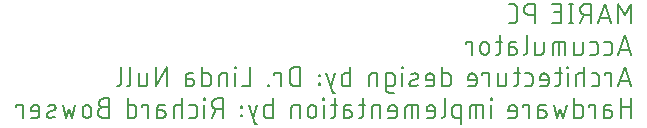
<source format=gbr>
G04 EAGLE Gerber RS-274X export*
G75*
%MOMM*%
%FSLAX34Y34*%
%LPD*%
%INSilkscreen Bottom*%
%IPPOS*%
%AMOC8*
5,1,8,0,0,1.08239X$1,22.5*%
G01*
%ADD10C,0.152400*%


D10*
X749238Y800772D02*
X749238Y817028D01*
X743819Y807997D01*
X738401Y817028D01*
X738401Y800772D01*
X732044Y800772D02*
X726625Y817028D01*
X721206Y800772D01*
X722561Y804836D02*
X730689Y804836D01*
X714897Y800772D02*
X714897Y817028D01*
X710381Y817028D01*
X710248Y817026D01*
X710116Y817020D01*
X709984Y817010D01*
X709852Y816997D01*
X709720Y816979D01*
X709590Y816958D01*
X709459Y816933D01*
X709330Y816904D01*
X709202Y816871D01*
X709074Y816835D01*
X708948Y816795D01*
X708823Y816751D01*
X708699Y816703D01*
X708577Y816652D01*
X708456Y816597D01*
X708337Y816539D01*
X708219Y816477D01*
X708104Y816412D01*
X707990Y816343D01*
X707879Y816272D01*
X707770Y816196D01*
X707663Y816118D01*
X707558Y816037D01*
X707456Y815952D01*
X707356Y815865D01*
X707259Y815775D01*
X707164Y815682D01*
X707073Y815586D01*
X706984Y815488D01*
X706898Y815387D01*
X706815Y815283D01*
X706735Y815177D01*
X706659Y815069D01*
X706585Y814959D01*
X706515Y814846D01*
X706448Y814732D01*
X706385Y814615D01*
X706325Y814497D01*
X706268Y814377D01*
X706215Y814255D01*
X706166Y814132D01*
X706120Y814008D01*
X706078Y813882D01*
X706040Y813755D01*
X706005Y813627D01*
X705974Y813498D01*
X705947Y813369D01*
X705924Y813238D01*
X705904Y813107D01*
X705889Y812975D01*
X705877Y812843D01*
X705869Y812711D01*
X705865Y812578D01*
X705865Y812446D01*
X705869Y812313D01*
X705877Y812181D01*
X705889Y812049D01*
X705904Y811917D01*
X705924Y811786D01*
X705947Y811655D01*
X705974Y811526D01*
X706005Y811397D01*
X706040Y811269D01*
X706078Y811142D01*
X706120Y811016D01*
X706166Y810892D01*
X706215Y810769D01*
X706268Y810647D01*
X706325Y810527D01*
X706385Y810409D01*
X706448Y810292D01*
X706515Y810178D01*
X706585Y810065D01*
X706659Y809955D01*
X706735Y809847D01*
X706815Y809741D01*
X706898Y809637D01*
X706984Y809536D01*
X707073Y809438D01*
X707164Y809342D01*
X707259Y809249D01*
X707356Y809159D01*
X707456Y809072D01*
X707558Y808987D01*
X707663Y808906D01*
X707770Y808828D01*
X707879Y808752D01*
X707990Y808681D01*
X708104Y808612D01*
X708219Y808547D01*
X708337Y808485D01*
X708456Y808427D01*
X708577Y808372D01*
X708699Y808321D01*
X708823Y808273D01*
X708948Y808229D01*
X709074Y808189D01*
X709202Y808153D01*
X709330Y808120D01*
X709459Y808091D01*
X709590Y808066D01*
X709720Y808045D01*
X709852Y808027D01*
X709984Y808014D01*
X710116Y808004D01*
X710248Y807998D01*
X710381Y807996D01*
X710381Y807997D02*
X714897Y807997D01*
X709478Y807997D02*
X705866Y800772D01*
X697968Y800772D02*
X697968Y817028D01*
X699774Y800772D02*
X696162Y800772D01*
X696162Y817028D02*
X699774Y817028D01*
X689427Y800772D02*
X682203Y800772D01*
X689427Y800772D02*
X689427Y817028D01*
X682203Y817028D01*
X684009Y809803D02*
X689427Y809803D01*
X667363Y817028D02*
X667363Y800772D01*
X667363Y817028D02*
X662847Y817028D01*
X662714Y817026D01*
X662582Y817020D01*
X662450Y817010D01*
X662318Y816997D01*
X662186Y816979D01*
X662056Y816958D01*
X661925Y816933D01*
X661796Y816904D01*
X661668Y816871D01*
X661540Y816835D01*
X661414Y816795D01*
X661289Y816751D01*
X661165Y816703D01*
X661043Y816652D01*
X660922Y816597D01*
X660803Y816539D01*
X660685Y816477D01*
X660570Y816412D01*
X660456Y816343D01*
X660345Y816272D01*
X660236Y816196D01*
X660129Y816118D01*
X660024Y816037D01*
X659922Y815952D01*
X659822Y815865D01*
X659725Y815775D01*
X659630Y815682D01*
X659539Y815586D01*
X659450Y815488D01*
X659364Y815387D01*
X659281Y815283D01*
X659201Y815177D01*
X659125Y815069D01*
X659051Y814959D01*
X658981Y814846D01*
X658914Y814732D01*
X658851Y814615D01*
X658791Y814497D01*
X658734Y814377D01*
X658681Y814255D01*
X658632Y814132D01*
X658586Y814008D01*
X658544Y813882D01*
X658506Y813755D01*
X658471Y813627D01*
X658440Y813498D01*
X658413Y813369D01*
X658390Y813238D01*
X658370Y813107D01*
X658355Y812975D01*
X658343Y812843D01*
X658335Y812711D01*
X658331Y812578D01*
X658331Y812446D01*
X658335Y812313D01*
X658343Y812181D01*
X658355Y812049D01*
X658370Y811917D01*
X658390Y811786D01*
X658413Y811655D01*
X658440Y811526D01*
X658471Y811397D01*
X658506Y811269D01*
X658544Y811142D01*
X658586Y811016D01*
X658632Y810892D01*
X658681Y810769D01*
X658734Y810647D01*
X658791Y810527D01*
X658851Y810409D01*
X658914Y810292D01*
X658981Y810178D01*
X659051Y810065D01*
X659125Y809955D01*
X659201Y809847D01*
X659281Y809741D01*
X659364Y809637D01*
X659450Y809536D01*
X659539Y809438D01*
X659630Y809342D01*
X659725Y809249D01*
X659822Y809159D01*
X659922Y809072D01*
X660024Y808987D01*
X660129Y808906D01*
X660236Y808828D01*
X660345Y808752D01*
X660456Y808681D01*
X660570Y808612D01*
X660685Y808547D01*
X660803Y808485D01*
X660922Y808427D01*
X661043Y808372D01*
X661165Y808321D01*
X661289Y808273D01*
X661414Y808229D01*
X661540Y808189D01*
X661668Y808153D01*
X661796Y808120D01*
X661925Y808091D01*
X662056Y808066D01*
X662186Y808045D01*
X662318Y808027D01*
X662450Y808014D01*
X662582Y808004D01*
X662714Y807998D01*
X662847Y807996D01*
X662847Y807997D02*
X667363Y807997D01*
X648890Y800772D02*
X645278Y800772D01*
X648890Y800772D02*
X649008Y800774D01*
X649126Y800780D01*
X649244Y800789D01*
X649361Y800803D01*
X649478Y800820D01*
X649595Y800841D01*
X649710Y800866D01*
X649825Y800895D01*
X649939Y800928D01*
X650051Y800964D01*
X650162Y801004D01*
X650272Y801047D01*
X650381Y801094D01*
X650488Y801144D01*
X650593Y801199D01*
X650696Y801256D01*
X650797Y801317D01*
X650897Y801381D01*
X650994Y801448D01*
X651089Y801518D01*
X651181Y801592D01*
X651272Y801668D01*
X651359Y801748D01*
X651444Y801830D01*
X651526Y801915D01*
X651606Y802002D01*
X651682Y802093D01*
X651756Y802185D01*
X651826Y802280D01*
X651893Y802377D01*
X651957Y802477D01*
X652018Y802578D01*
X652075Y802681D01*
X652130Y802786D01*
X652180Y802893D01*
X652227Y803002D01*
X652270Y803112D01*
X652310Y803223D01*
X652346Y803335D01*
X652379Y803449D01*
X652408Y803564D01*
X652433Y803679D01*
X652454Y803796D01*
X652471Y803913D01*
X652485Y804030D01*
X652494Y804148D01*
X652500Y804266D01*
X652502Y804384D01*
X652503Y804384D02*
X652503Y813416D01*
X652502Y813416D02*
X652500Y813534D01*
X652494Y813652D01*
X652485Y813770D01*
X652471Y813887D01*
X652454Y814004D01*
X652433Y814121D01*
X652408Y814236D01*
X652379Y814351D01*
X652346Y814465D01*
X652310Y814577D01*
X652270Y814688D01*
X652227Y814798D01*
X652180Y814907D01*
X652130Y815014D01*
X652075Y815119D01*
X652018Y815222D01*
X651957Y815323D01*
X651893Y815423D01*
X651826Y815520D01*
X651756Y815615D01*
X651682Y815707D01*
X651606Y815798D01*
X651526Y815885D01*
X651444Y815970D01*
X651359Y816052D01*
X651272Y816132D01*
X651181Y816208D01*
X651089Y816282D01*
X650994Y816352D01*
X650897Y816419D01*
X650797Y816483D01*
X650696Y816544D01*
X650593Y816601D01*
X650488Y816656D01*
X650381Y816706D01*
X650272Y816753D01*
X650162Y816796D01*
X650051Y816836D01*
X649939Y816872D01*
X649825Y816905D01*
X649710Y816934D01*
X649595Y816959D01*
X649478Y816980D01*
X649361Y816997D01*
X649244Y817011D01*
X649126Y817020D01*
X649008Y817026D01*
X648890Y817028D01*
X645278Y817028D01*
X743819Y790358D02*
X749238Y774102D01*
X738401Y774102D02*
X743819Y790358D01*
X739755Y778166D02*
X747883Y778166D01*
X730116Y774102D02*
X726503Y774102D01*
X730116Y774102D02*
X730217Y774104D01*
X730318Y774110D01*
X730419Y774119D01*
X730520Y774132D01*
X730620Y774149D01*
X730719Y774170D01*
X730817Y774194D01*
X730914Y774222D01*
X731011Y774254D01*
X731106Y774289D01*
X731199Y774328D01*
X731291Y774370D01*
X731382Y774416D01*
X731471Y774465D01*
X731557Y774517D01*
X731642Y774573D01*
X731725Y774631D01*
X731805Y774693D01*
X731883Y774758D01*
X731959Y774825D01*
X732032Y774895D01*
X732102Y774968D01*
X732169Y775044D01*
X732234Y775122D01*
X732296Y775202D01*
X732354Y775285D01*
X732410Y775370D01*
X732462Y775457D01*
X732511Y775545D01*
X732557Y775636D01*
X732599Y775728D01*
X732638Y775821D01*
X732673Y775916D01*
X732705Y776013D01*
X732733Y776110D01*
X732757Y776208D01*
X732778Y776307D01*
X732795Y776407D01*
X732808Y776508D01*
X732817Y776609D01*
X732823Y776710D01*
X732825Y776811D01*
X732825Y782230D01*
X732823Y782331D01*
X732817Y782432D01*
X732808Y782533D01*
X732795Y782634D01*
X732778Y782734D01*
X732757Y782833D01*
X732733Y782931D01*
X732705Y783028D01*
X732673Y783125D01*
X732638Y783220D01*
X732599Y783313D01*
X732557Y783405D01*
X732511Y783496D01*
X732462Y783585D01*
X732410Y783671D01*
X732354Y783756D01*
X732296Y783839D01*
X732234Y783919D01*
X732169Y783997D01*
X732102Y784073D01*
X732032Y784146D01*
X731959Y784216D01*
X731883Y784283D01*
X731805Y784348D01*
X731725Y784410D01*
X731642Y784468D01*
X731557Y784524D01*
X731471Y784576D01*
X731382Y784625D01*
X731291Y784671D01*
X731199Y784713D01*
X731106Y784752D01*
X731011Y784787D01*
X730914Y784819D01*
X730817Y784847D01*
X730719Y784871D01*
X730620Y784892D01*
X730520Y784909D01*
X730419Y784922D01*
X730318Y784931D01*
X730217Y784937D01*
X730116Y784939D01*
X726503Y784939D01*
X718132Y774102D02*
X714519Y774102D01*
X718132Y774102D02*
X718233Y774104D01*
X718334Y774110D01*
X718435Y774119D01*
X718536Y774132D01*
X718636Y774149D01*
X718735Y774170D01*
X718833Y774194D01*
X718930Y774222D01*
X719027Y774254D01*
X719122Y774289D01*
X719215Y774328D01*
X719307Y774370D01*
X719398Y774416D01*
X719487Y774465D01*
X719573Y774517D01*
X719658Y774573D01*
X719741Y774631D01*
X719821Y774693D01*
X719899Y774758D01*
X719975Y774825D01*
X720048Y774895D01*
X720118Y774968D01*
X720185Y775044D01*
X720250Y775122D01*
X720312Y775202D01*
X720370Y775285D01*
X720426Y775370D01*
X720478Y775457D01*
X720527Y775545D01*
X720573Y775636D01*
X720615Y775728D01*
X720654Y775821D01*
X720689Y775916D01*
X720721Y776013D01*
X720749Y776110D01*
X720773Y776208D01*
X720794Y776307D01*
X720811Y776407D01*
X720824Y776508D01*
X720833Y776609D01*
X720839Y776710D01*
X720841Y776811D01*
X720841Y782230D01*
X720839Y782331D01*
X720833Y782432D01*
X720824Y782533D01*
X720811Y782634D01*
X720794Y782734D01*
X720773Y782833D01*
X720749Y782931D01*
X720721Y783028D01*
X720689Y783125D01*
X720654Y783220D01*
X720615Y783313D01*
X720573Y783405D01*
X720527Y783496D01*
X720478Y783585D01*
X720426Y783671D01*
X720370Y783756D01*
X720312Y783839D01*
X720250Y783919D01*
X720185Y783997D01*
X720118Y784073D01*
X720048Y784146D01*
X719975Y784216D01*
X719899Y784283D01*
X719821Y784348D01*
X719741Y784410D01*
X719658Y784468D01*
X719573Y784524D01*
X719487Y784576D01*
X719398Y784625D01*
X719307Y784671D01*
X719215Y784713D01*
X719122Y784752D01*
X719027Y784787D01*
X718930Y784819D01*
X718833Y784847D01*
X718735Y784871D01*
X718636Y784892D01*
X718536Y784909D01*
X718435Y784922D01*
X718334Y784931D01*
X718233Y784937D01*
X718132Y784939D01*
X714519Y784939D01*
X708354Y784939D02*
X708354Y776811D01*
X708353Y776811D02*
X708351Y776710D01*
X708345Y776609D01*
X708336Y776508D01*
X708323Y776407D01*
X708306Y776307D01*
X708285Y776208D01*
X708261Y776110D01*
X708233Y776013D01*
X708201Y775916D01*
X708166Y775821D01*
X708127Y775728D01*
X708085Y775636D01*
X708039Y775545D01*
X707990Y775457D01*
X707938Y775370D01*
X707882Y775285D01*
X707824Y775202D01*
X707762Y775122D01*
X707697Y775044D01*
X707630Y774968D01*
X707560Y774895D01*
X707487Y774825D01*
X707411Y774758D01*
X707333Y774693D01*
X707253Y774631D01*
X707170Y774573D01*
X707085Y774517D01*
X706999Y774465D01*
X706910Y774416D01*
X706819Y774370D01*
X706727Y774328D01*
X706634Y774289D01*
X706539Y774254D01*
X706442Y774222D01*
X706345Y774194D01*
X706247Y774170D01*
X706148Y774149D01*
X706048Y774132D01*
X705947Y774119D01*
X705846Y774110D01*
X705745Y774104D01*
X705644Y774102D01*
X701129Y774102D01*
X701129Y784939D01*
X693487Y784939D02*
X693487Y774102D01*
X693487Y784939D02*
X685359Y784939D01*
X685258Y784937D01*
X685157Y784931D01*
X685056Y784922D01*
X684955Y784909D01*
X684855Y784892D01*
X684756Y784871D01*
X684658Y784847D01*
X684561Y784819D01*
X684464Y784787D01*
X684369Y784752D01*
X684276Y784713D01*
X684184Y784671D01*
X684093Y784625D01*
X684005Y784576D01*
X683918Y784524D01*
X683833Y784468D01*
X683750Y784410D01*
X683670Y784348D01*
X683592Y784283D01*
X683516Y784216D01*
X683443Y784146D01*
X683373Y784073D01*
X683306Y783997D01*
X683241Y783919D01*
X683179Y783839D01*
X683121Y783756D01*
X683065Y783671D01*
X683013Y783585D01*
X682964Y783496D01*
X682918Y783405D01*
X682876Y783313D01*
X682837Y783220D01*
X682802Y783125D01*
X682770Y783028D01*
X682742Y782931D01*
X682718Y782833D01*
X682697Y782734D01*
X682680Y782634D01*
X682667Y782533D01*
X682658Y782432D01*
X682652Y782331D01*
X682650Y782230D01*
X682649Y782230D02*
X682649Y774102D01*
X688068Y774102D02*
X688068Y784939D01*
X675007Y784939D02*
X675007Y776811D01*
X675005Y776710D01*
X674999Y776609D01*
X674990Y776508D01*
X674977Y776407D01*
X674960Y776307D01*
X674939Y776208D01*
X674915Y776110D01*
X674887Y776013D01*
X674855Y775916D01*
X674820Y775821D01*
X674781Y775728D01*
X674739Y775636D01*
X674693Y775545D01*
X674644Y775457D01*
X674592Y775370D01*
X674536Y775285D01*
X674478Y775202D01*
X674416Y775122D01*
X674351Y775044D01*
X674284Y774968D01*
X674214Y774895D01*
X674141Y774825D01*
X674065Y774758D01*
X673987Y774693D01*
X673907Y774631D01*
X673824Y774573D01*
X673739Y774517D01*
X673653Y774465D01*
X673564Y774416D01*
X673473Y774370D01*
X673381Y774328D01*
X673288Y774289D01*
X673193Y774254D01*
X673096Y774222D01*
X672999Y774194D01*
X672901Y774170D01*
X672802Y774149D01*
X672702Y774132D01*
X672601Y774119D01*
X672500Y774110D01*
X672399Y774104D01*
X672298Y774102D01*
X667782Y774102D01*
X667782Y784939D01*
X660702Y790358D02*
X660702Y776811D01*
X660700Y776710D01*
X660694Y776609D01*
X660685Y776508D01*
X660672Y776407D01*
X660655Y776307D01*
X660634Y776208D01*
X660610Y776110D01*
X660582Y776013D01*
X660550Y775916D01*
X660515Y775821D01*
X660476Y775728D01*
X660434Y775636D01*
X660388Y775545D01*
X660339Y775457D01*
X660287Y775370D01*
X660231Y775285D01*
X660173Y775202D01*
X660111Y775122D01*
X660046Y775044D01*
X659979Y774968D01*
X659909Y774895D01*
X659836Y774825D01*
X659760Y774758D01*
X659682Y774693D01*
X659602Y774631D01*
X659519Y774573D01*
X659434Y774517D01*
X659348Y774465D01*
X659259Y774416D01*
X659168Y774370D01*
X659076Y774328D01*
X658983Y774289D01*
X658888Y774254D01*
X658791Y774222D01*
X658694Y774194D01*
X658596Y774170D01*
X658497Y774149D01*
X658397Y774132D01*
X658296Y774119D01*
X658195Y774110D01*
X658094Y774104D01*
X657993Y774102D01*
X649515Y780424D02*
X645451Y780424D01*
X649515Y780424D02*
X649627Y780422D01*
X649738Y780416D01*
X649849Y780406D01*
X649960Y780393D01*
X650070Y780375D01*
X650179Y780353D01*
X650288Y780328D01*
X650396Y780299D01*
X650502Y780266D01*
X650608Y780229D01*
X650712Y780189D01*
X650814Y780145D01*
X650915Y780097D01*
X651014Y780046D01*
X651112Y779991D01*
X651207Y779933D01*
X651300Y779872D01*
X651391Y779807D01*
X651480Y779739D01*
X651566Y779668D01*
X651649Y779595D01*
X651730Y779518D01*
X651809Y779438D01*
X651884Y779356D01*
X651956Y779271D01*
X652026Y779184D01*
X652092Y779094D01*
X652155Y779002D01*
X652215Y778907D01*
X652271Y778811D01*
X652324Y778713D01*
X652373Y778613D01*
X652419Y778511D01*
X652461Y778408D01*
X652500Y778303D01*
X652535Y778197D01*
X652566Y778090D01*
X652593Y777982D01*
X652617Y777873D01*
X652636Y777763D01*
X652652Y777653D01*
X652664Y777542D01*
X652672Y777430D01*
X652676Y777319D01*
X652676Y777207D01*
X652672Y777096D01*
X652664Y776984D01*
X652652Y776873D01*
X652636Y776763D01*
X652617Y776653D01*
X652593Y776544D01*
X652566Y776436D01*
X652535Y776329D01*
X652500Y776223D01*
X652461Y776118D01*
X652419Y776015D01*
X652373Y775913D01*
X652324Y775813D01*
X652271Y775715D01*
X652215Y775619D01*
X652155Y775524D01*
X652092Y775432D01*
X652026Y775342D01*
X651956Y775255D01*
X651884Y775170D01*
X651809Y775088D01*
X651730Y775008D01*
X651649Y774931D01*
X651566Y774858D01*
X651480Y774787D01*
X651391Y774719D01*
X651300Y774654D01*
X651207Y774593D01*
X651112Y774535D01*
X651014Y774480D01*
X650915Y774429D01*
X650814Y774381D01*
X650712Y774337D01*
X650608Y774297D01*
X650502Y774260D01*
X650396Y774227D01*
X650288Y774198D01*
X650179Y774173D01*
X650070Y774151D01*
X649960Y774133D01*
X649849Y774120D01*
X649738Y774110D01*
X649627Y774104D01*
X649515Y774102D01*
X645451Y774102D01*
X645451Y782230D01*
X645453Y782331D01*
X645459Y782432D01*
X645468Y782533D01*
X645481Y782634D01*
X645498Y782734D01*
X645519Y782833D01*
X645543Y782931D01*
X645571Y783028D01*
X645603Y783125D01*
X645638Y783220D01*
X645677Y783313D01*
X645719Y783405D01*
X645765Y783496D01*
X645814Y783585D01*
X645866Y783671D01*
X645922Y783756D01*
X645980Y783839D01*
X646042Y783919D01*
X646107Y783997D01*
X646174Y784073D01*
X646244Y784146D01*
X646317Y784216D01*
X646393Y784283D01*
X646471Y784348D01*
X646551Y784410D01*
X646634Y784468D01*
X646719Y784524D01*
X646806Y784576D01*
X646894Y784625D01*
X646985Y784671D01*
X647077Y784713D01*
X647170Y784752D01*
X647265Y784787D01*
X647362Y784819D01*
X647459Y784847D01*
X647557Y784871D01*
X647656Y784892D01*
X647756Y784909D01*
X647857Y784922D01*
X647958Y784931D01*
X648059Y784937D01*
X648160Y784939D01*
X651772Y784939D01*
X639831Y784939D02*
X634413Y784939D01*
X638025Y790358D02*
X638025Y776811D01*
X638023Y776710D01*
X638017Y776609D01*
X638008Y776508D01*
X637995Y776407D01*
X637978Y776307D01*
X637957Y776208D01*
X637933Y776110D01*
X637905Y776013D01*
X637873Y775916D01*
X637838Y775821D01*
X637799Y775728D01*
X637757Y775636D01*
X637711Y775545D01*
X637662Y775457D01*
X637610Y775370D01*
X637554Y775285D01*
X637496Y775202D01*
X637434Y775122D01*
X637369Y775044D01*
X637302Y774968D01*
X637232Y774895D01*
X637159Y774825D01*
X637083Y774758D01*
X637005Y774693D01*
X636925Y774631D01*
X636842Y774573D01*
X636757Y774517D01*
X636671Y774465D01*
X636582Y774416D01*
X636491Y774370D01*
X636399Y774328D01*
X636306Y774289D01*
X636211Y774254D01*
X636114Y774222D01*
X636017Y774194D01*
X635919Y774170D01*
X635820Y774149D01*
X635720Y774132D01*
X635619Y774119D01*
X635518Y774110D01*
X635417Y774104D01*
X635316Y774102D01*
X634413Y774102D01*
X628634Y777714D02*
X628634Y781327D01*
X628632Y781446D01*
X628626Y781566D01*
X628616Y781685D01*
X628602Y781803D01*
X628585Y781922D01*
X628563Y782039D01*
X628538Y782156D01*
X628508Y782271D01*
X628475Y782386D01*
X628438Y782500D01*
X628398Y782612D01*
X628353Y782723D01*
X628305Y782832D01*
X628254Y782940D01*
X628199Y783046D01*
X628140Y783150D01*
X628078Y783252D01*
X628013Y783352D01*
X627944Y783450D01*
X627872Y783546D01*
X627797Y783639D01*
X627720Y783729D01*
X627639Y783817D01*
X627555Y783902D01*
X627468Y783984D01*
X627379Y784064D01*
X627287Y784140D01*
X627193Y784214D01*
X627096Y784284D01*
X626998Y784351D01*
X626897Y784415D01*
X626793Y784475D01*
X626688Y784532D01*
X626581Y784585D01*
X626473Y784635D01*
X626363Y784681D01*
X626251Y784723D01*
X626138Y784762D01*
X626024Y784797D01*
X625909Y784828D01*
X625792Y784856D01*
X625675Y784879D01*
X625558Y784899D01*
X625439Y784915D01*
X625320Y784927D01*
X625201Y784935D01*
X625082Y784939D01*
X624962Y784939D01*
X624843Y784935D01*
X624724Y784927D01*
X624605Y784915D01*
X624486Y784899D01*
X624369Y784879D01*
X624252Y784856D01*
X624135Y784828D01*
X624020Y784797D01*
X623906Y784762D01*
X623793Y784723D01*
X623681Y784681D01*
X623571Y784635D01*
X623463Y784585D01*
X623356Y784532D01*
X623251Y784475D01*
X623147Y784415D01*
X623046Y784351D01*
X622948Y784284D01*
X622851Y784214D01*
X622757Y784140D01*
X622665Y784064D01*
X622576Y783984D01*
X622489Y783902D01*
X622405Y783817D01*
X622324Y783729D01*
X622247Y783639D01*
X622172Y783546D01*
X622100Y783450D01*
X622031Y783352D01*
X621966Y783252D01*
X621904Y783150D01*
X621845Y783046D01*
X621790Y782940D01*
X621739Y782832D01*
X621691Y782723D01*
X621646Y782612D01*
X621606Y782500D01*
X621569Y782386D01*
X621536Y782271D01*
X621506Y782156D01*
X621481Y782039D01*
X621459Y781922D01*
X621442Y781803D01*
X621428Y781685D01*
X621418Y781566D01*
X621412Y781446D01*
X621410Y781327D01*
X621410Y777714D01*
X621412Y777595D01*
X621418Y777475D01*
X621428Y777356D01*
X621442Y777238D01*
X621459Y777119D01*
X621481Y777002D01*
X621506Y776885D01*
X621536Y776770D01*
X621569Y776655D01*
X621606Y776541D01*
X621646Y776429D01*
X621691Y776318D01*
X621739Y776209D01*
X621790Y776101D01*
X621845Y775995D01*
X621904Y775891D01*
X621966Y775789D01*
X622031Y775689D01*
X622100Y775591D01*
X622172Y775495D01*
X622247Y775402D01*
X622324Y775312D01*
X622405Y775224D01*
X622489Y775139D01*
X622576Y775057D01*
X622665Y774977D01*
X622757Y774901D01*
X622851Y774827D01*
X622948Y774757D01*
X623046Y774690D01*
X623147Y774626D01*
X623251Y774566D01*
X623356Y774509D01*
X623463Y774456D01*
X623571Y774406D01*
X623681Y774360D01*
X623793Y774318D01*
X623906Y774279D01*
X624020Y774244D01*
X624135Y774213D01*
X624252Y774185D01*
X624369Y774162D01*
X624486Y774142D01*
X624605Y774126D01*
X624724Y774114D01*
X624843Y774106D01*
X624962Y774102D01*
X625082Y774102D01*
X625201Y774106D01*
X625320Y774114D01*
X625439Y774126D01*
X625558Y774142D01*
X625675Y774162D01*
X625792Y774185D01*
X625909Y774213D01*
X626024Y774244D01*
X626138Y774279D01*
X626251Y774318D01*
X626363Y774360D01*
X626473Y774406D01*
X626581Y774456D01*
X626688Y774509D01*
X626793Y774566D01*
X626897Y774626D01*
X626998Y774690D01*
X627096Y774757D01*
X627193Y774827D01*
X627287Y774901D01*
X627379Y774977D01*
X627468Y775057D01*
X627555Y775139D01*
X627639Y775224D01*
X627720Y775312D01*
X627797Y775402D01*
X627872Y775495D01*
X627944Y775591D01*
X628013Y775689D01*
X628078Y775789D01*
X628140Y775891D01*
X628199Y775995D01*
X628254Y776101D01*
X628305Y776209D01*
X628353Y776318D01*
X628398Y776429D01*
X628438Y776541D01*
X628475Y776655D01*
X628508Y776770D01*
X628538Y776885D01*
X628563Y777002D01*
X628585Y777119D01*
X628602Y777238D01*
X628616Y777356D01*
X628626Y777475D01*
X628632Y777595D01*
X628634Y777714D01*
X614481Y774102D02*
X614481Y784939D01*
X609063Y784939D01*
X609063Y783133D01*
X743819Y763688D02*
X749238Y747432D01*
X738401Y747432D02*
X743819Y763688D01*
X739755Y751496D02*
X747883Y751496D01*
X732237Y747432D02*
X732237Y758269D01*
X726818Y758269D01*
X726818Y756463D01*
X719174Y747432D02*
X715561Y747432D01*
X719174Y747432D02*
X719275Y747434D01*
X719376Y747440D01*
X719477Y747449D01*
X719578Y747462D01*
X719678Y747479D01*
X719777Y747500D01*
X719875Y747524D01*
X719972Y747552D01*
X720069Y747584D01*
X720164Y747619D01*
X720257Y747658D01*
X720349Y747700D01*
X720440Y747746D01*
X720529Y747795D01*
X720615Y747847D01*
X720700Y747903D01*
X720783Y747961D01*
X720863Y748023D01*
X720941Y748088D01*
X721017Y748155D01*
X721090Y748225D01*
X721160Y748298D01*
X721227Y748374D01*
X721292Y748452D01*
X721354Y748532D01*
X721412Y748615D01*
X721468Y748700D01*
X721520Y748787D01*
X721569Y748875D01*
X721615Y748966D01*
X721657Y749058D01*
X721696Y749151D01*
X721731Y749246D01*
X721763Y749343D01*
X721791Y749440D01*
X721815Y749538D01*
X721836Y749637D01*
X721853Y749737D01*
X721866Y749838D01*
X721875Y749939D01*
X721881Y750040D01*
X721883Y750141D01*
X721883Y755560D01*
X721881Y755661D01*
X721875Y755762D01*
X721866Y755863D01*
X721853Y755964D01*
X721836Y756064D01*
X721815Y756163D01*
X721791Y756261D01*
X721763Y756358D01*
X721731Y756455D01*
X721696Y756550D01*
X721657Y756643D01*
X721615Y756735D01*
X721569Y756826D01*
X721520Y756915D01*
X721468Y757001D01*
X721412Y757086D01*
X721354Y757169D01*
X721292Y757249D01*
X721227Y757327D01*
X721160Y757403D01*
X721090Y757476D01*
X721017Y757546D01*
X720941Y757613D01*
X720863Y757678D01*
X720783Y757740D01*
X720700Y757798D01*
X720615Y757854D01*
X720529Y757906D01*
X720440Y757955D01*
X720349Y758001D01*
X720257Y758043D01*
X720164Y758082D01*
X720069Y758117D01*
X719972Y758149D01*
X719875Y758177D01*
X719777Y758201D01*
X719678Y758222D01*
X719578Y758239D01*
X719477Y758252D01*
X719376Y758261D01*
X719275Y758267D01*
X719174Y758269D01*
X715561Y758269D01*
X709396Y763688D02*
X709396Y747432D01*
X709396Y758269D02*
X704880Y758269D01*
X704776Y758267D01*
X704673Y758261D01*
X704569Y758251D01*
X704466Y758237D01*
X704364Y758219D01*
X704263Y758198D01*
X704162Y758172D01*
X704063Y758143D01*
X703964Y758110D01*
X703867Y758073D01*
X703772Y758032D01*
X703678Y757988D01*
X703586Y757940D01*
X703496Y757889D01*
X703407Y757834D01*
X703321Y757776D01*
X703238Y757714D01*
X703156Y757650D01*
X703078Y757582D01*
X703002Y757512D01*
X702928Y757439D01*
X702858Y757362D01*
X702790Y757284D01*
X702726Y757202D01*
X702664Y757119D01*
X702606Y757033D01*
X702551Y756944D01*
X702500Y756854D01*
X702452Y756762D01*
X702408Y756668D01*
X702367Y756573D01*
X702330Y756476D01*
X702297Y756377D01*
X702268Y756278D01*
X702242Y756177D01*
X702221Y756076D01*
X702203Y755974D01*
X702189Y755871D01*
X702179Y755767D01*
X702173Y755664D01*
X702171Y755560D01*
X702171Y747432D01*
X695363Y747432D02*
X695363Y758269D01*
X695814Y762785D02*
X695814Y763688D01*
X694911Y763688D01*
X694911Y762785D01*
X695814Y762785D01*
X690373Y758269D02*
X684954Y758269D01*
X688566Y763688D02*
X688566Y750141D01*
X688564Y750040D01*
X688558Y749939D01*
X688549Y749838D01*
X688536Y749737D01*
X688519Y749637D01*
X688498Y749538D01*
X688474Y749440D01*
X688446Y749343D01*
X688414Y749246D01*
X688379Y749151D01*
X688340Y749058D01*
X688298Y748966D01*
X688252Y748875D01*
X688203Y748787D01*
X688151Y748700D01*
X688095Y748615D01*
X688037Y748532D01*
X687975Y748452D01*
X687910Y748374D01*
X687843Y748298D01*
X687773Y748225D01*
X687700Y748155D01*
X687624Y748088D01*
X687546Y748023D01*
X687466Y747961D01*
X687383Y747903D01*
X687298Y747847D01*
X687212Y747795D01*
X687123Y747746D01*
X687032Y747700D01*
X686940Y747658D01*
X686847Y747619D01*
X686752Y747584D01*
X686655Y747552D01*
X686558Y747524D01*
X686460Y747500D01*
X686361Y747479D01*
X686261Y747462D01*
X686160Y747449D01*
X686059Y747440D01*
X685958Y747434D01*
X685857Y747432D01*
X684954Y747432D01*
X676466Y747432D02*
X671951Y747432D01*
X676466Y747432D02*
X676567Y747434D01*
X676668Y747440D01*
X676769Y747449D01*
X676870Y747462D01*
X676970Y747479D01*
X677069Y747500D01*
X677167Y747524D01*
X677264Y747552D01*
X677361Y747584D01*
X677456Y747619D01*
X677549Y747658D01*
X677641Y747700D01*
X677732Y747746D01*
X677821Y747795D01*
X677907Y747847D01*
X677992Y747903D01*
X678075Y747961D01*
X678155Y748023D01*
X678233Y748088D01*
X678309Y748155D01*
X678382Y748225D01*
X678452Y748298D01*
X678519Y748374D01*
X678584Y748452D01*
X678646Y748532D01*
X678704Y748615D01*
X678760Y748700D01*
X678812Y748787D01*
X678861Y748875D01*
X678907Y748966D01*
X678949Y749058D01*
X678988Y749151D01*
X679023Y749246D01*
X679055Y749343D01*
X679083Y749440D01*
X679107Y749538D01*
X679128Y749637D01*
X679145Y749737D01*
X679158Y749838D01*
X679167Y749939D01*
X679173Y750040D01*
X679175Y750141D01*
X679175Y754657D01*
X679173Y754776D01*
X679167Y754896D01*
X679157Y755015D01*
X679143Y755133D01*
X679126Y755252D01*
X679104Y755369D01*
X679079Y755486D01*
X679049Y755601D01*
X679016Y755716D01*
X678979Y755830D01*
X678939Y755942D01*
X678894Y756053D01*
X678846Y756162D01*
X678795Y756270D01*
X678740Y756376D01*
X678681Y756480D01*
X678619Y756582D01*
X678554Y756682D01*
X678485Y756780D01*
X678413Y756876D01*
X678338Y756969D01*
X678261Y757059D01*
X678180Y757147D01*
X678096Y757232D01*
X678009Y757314D01*
X677920Y757394D01*
X677828Y757470D01*
X677734Y757544D01*
X677637Y757614D01*
X677539Y757681D01*
X677438Y757745D01*
X677334Y757805D01*
X677229Y757862D01*
X677122Y757915D01*
X677014Y757965D01*
X676904Y758011D01*
X676792Y758053D01*
X676679Y758092D01*
X676565Y758127D01*
X676450Y758158D01*
X676333Y758186D01*
X676216Y758209D01*
X676099Y758229D01*
X675980Y758245D01*
X675861Y758257D01*
X675742Y758265D01*
X675623Y758269D01*
X675503Y758269D01*
X675384Y758265D01*
X675265Y758257D01*
X675146Y758245D01*
X675027Y758229D01*
X674910Y758209D01*
X674793Y758186D01*
X674676Y758158D01*
X674561Y758127D01*
X674447Y758092D01*
X674334Y758053D01*
X674222Y758011D01*
X674112Y757965D01*
X674004Y757915D01*
X673897Y757862D01*
X673792Y757805D01*
X673688Y757745D01*
X673587Y757681D01*
X673489Y757614D01*
X673392Y757544D01*
X673298Y757470D01*
X673206Y757394D01*
X673117Y757314D01*
X673030Y757232D01*
X672946Y757147D01*
X672865Y757059D01*
X672788Y756969D01*
X672713Y756876D01*
X672641Y756780D01*
X672572Y756682D01*
X672507Y756582D01*
X672445Y756480D01*
X672386Y756376D01*
X672331Y756270D01*
X672280Y756162D01*
X672232Y756053D01*
X672187Y755942D01*
X672147Y755830D01*
X672110Y755716D01*
X672077Y755601D01*
X672047Y755486D01*
X672022Y755369D01*
X672000Y755252D01*
X671983Y755133D01*
X671969Y755015D01*
X671959Y754896D01*
X671953Y754776D01*
X671951Y754657D01*
X671951Y752851D01*
X679175Y752851D01*
X662902Y747432D02*
X659289Y747432D01*
X662902Y747432D02*
X663003Y747434D01*
X663104Y747440D01*
X663205Y747449D01*
X663306Y747462D01*
X663406Y747479D01*
X663505Y747500D01*
X663603Y747524D01*
X663700Y747552D01*
X663797Y747584D01*
X663892Y747619D01*
X663985Y747658D01*
X664077Y747700D01*
X664168Y747746D01*
X664257Y747795D01*
X664343Y747847D01*
X664428Y747903D01*
X664511Y747961D01*
X664591Y748023D01*
X664669Y748088D01*
X664745Y748155D01*
X664818Y748225D01*
X664888Y748298D01*
X664955Y748374D01*
X665020Y748452D01*
X665082Y748532D01*
X665140Y748615D01*
X665196Y748700D01*
X665248Y748787D01*
X665297Y748875D01*
X665343Y748966D01*
X665385Y749058D01*
X665424Y749151D01*
X665459Y749246D01*
X665491Y749343D01*
X665519Y749440D01*
X665543Y749538D01*
X665564Y749637D01*
X665581Y749737D01*
X665594Y749838D01*
X665603Y749939D01*
X665609Y750040D01*
X665611Y750141D01*
X665611Y755560D01*
X665609Y755661D01*
X665603Y755762D01*
X665594Y755863D01*
X665581Y755964D01*
X665564Y756064D01*
X665543Y756163D01*
X665519Y756261D01*
X665491Y756358D01*
X665459Y756455D01*
X665424Y756550D01*
X665385Y756643D01*
X665343Y756735D01*
X665297Y756826D01*
X665248Y756915D01*
X665196Y757001D01*
X665140Y757086D01*
X665082Y757169D01*
X665020Y757249D01*
X664955Y757327D01*
X664888Y757403D01*
X664818Y757476D01*
X664745Y757546D01*
X664669Y757613D01*
X664591Y757678D01*
X664511Y757740D01*
X664428Y757798D01*
X664343Y757854D01*
X664257Y757906D01*
X664168Y757955D01*
X664077Y758001D01*
X663985Y758043D01*
X663892Y758082D01*
X663797Y758117D01*
X663700Y758149D01*
X663603Y758177D01*
X663505Y758201D01*
X663406Y758222D01*
X663306Y758239D01*
X663205Y758252D01*
X663104Y758261D01*
X663003Y758267D01*
X662902Y758269D01*
X659289Y758269D01*
X654942Y758269D02*
X649523Y758269D01*
X653136Y763688D02*
X653136Y750141D01*
X653135Y750141D02*
X653133Y750040D01*
X653127Y749939D01*
X653118Y749838D01*
X653105Y749737D01*
X653088Y749637D01*
X653067Y749538D01*
X653043Y749440D01*
X653015Y749343D01*
X652983Y749246D01*
X652948Y749151D01*
X652909Y749058D01*
X652867Y748966D01*
X652821Y748875D01*
X652772Y748787D01*
X652720Y748700D01*
X652664Y748615D01*
X652606Y748532D01*
X652544Y748452D01*
X652479Y748374D01*
X652412Y748298D01*
X652342Y748225D01*
X652269Y748155D01*
X652193Y748088D01*
X652115Y748023D01*
X652035Y747961D01*
X651952Y747903D01*
X651867Y747847D01*
X651781Y747795D01*
X651692Y747746D01*
X651601Y747700D01*
X651509Y747658D01*
X651416Y747619D01*
X651321Y747584D01*
X651224Y747552D01*
X651127Y747524D01*
X651029Y747500D01*
X650930Y747479D01*
X650830Y747462D01*
X650729Y747449D01*
X650628Y747440D01*
X650527Y747434D01*
X650426Y747432D01*
X649523Y747432D01*
X643224Y750141D02*
X643224Y758269D01*
X643223Y750141D02*
X643221Y750040D01*
X643215Y749939D01*
X643206Y749838D01*
X643193Y749737D01*
X643176Y749637D01*
X643155Y749538D01*
X643131Y749440D01*
X643103Y749343D01*
X643071Y749246D01*
X643036Y749151D01*
X642997Y749058D01*
X642955Y748966D01*
X642909Y748875D01*
X642860Y748787D01*
X642808Y748700D01*
X642752Y748615D01*
X642694Y748532D01*
X642632Y748452D01*
X642567Y748374D01*
X642500Y748298D01*
X642430Y748225D01*
X642357Y748155D01*
X642281Y748088D01*
X642203Y748023D01*
X642123Y747961D01*
X642040Y747903D01*
X641955Y747847D01*
X641869Y747795D01*
X641780Y747746D01*
X641689Y747700D01*
X641597Y747658D01*
X641504Y747619D01*
X641409Y747584D01*
X641312Y747552D01*
X641215Y747524D01*
X641117Y747500D01*
X641018Y747479D01*
X640918Y747462D01*
X640817Y747449D01*
X640716Y747440D01*
X640615Y747434D01*
X640514Y747432D01*
X635999Y747432D01*
X635999Y758269D01*
X628550Y758269D02*
X628550Y747432D01*
X628550Y758269D02*
X623131Y758269D01*
X623131Y756463D01*
X615504Y747432D02*
X610989Y747432D01*
X615504Y747432D02*
X615605Y747434D01*
X615706Y747440D01*
X615807Y747449D01*
X615908Y747462D01*
X616008Y747479D01*
X616107Y747500D01*
X616205Y747524D01*
X616302Y747552D01*
X616399Y747584D01*
X616494Y747619D01*
X616587Y747658D01*
X616679Y747700D01*
X616770Y747746D01*
X616859Y747795D01*
X616945Y747847D01*
X617030Y747903D01*
X617113Y747961D01*
X617193Y748023D01*
X617271Y748088D01*
X617347Y748155D01*
X617420Y748225D01*
X617490Y748298D01*
X617557Y748374D01*
X617622Y748452D01*
X617684Y748532D01*
X617742Y748615D01*
X617798Y748700D01*
X617850Y748787D01*
X617899Y748875D01*
X617945Y748966D01*
X617987Y749058D01*
X618026Y749151D01*
X618061Y749246D01*
X618093Y749343D01*
X618121Y749440D01*
X618145Y749538D01*
X618166Y749637D01*
X618183Y749737D01*
X618196Y749838D01*
X618205Y749939D01*
X618211Y750040D01*
X618213Y750141D01*
X618214Y750141D02*
X618214Y754657D01*
X618213Y754657D02*
X618211Y754776D01*
X618205Y754896D01*
X618195Y755015D01*
X618181Y755133D01*
X618164Y755252D01*
X618142Y755369D01*
X618117Y755486D01*
X618087Y755601D01*
X618054Y755716D01*
X618017Y755830D01*
X617977Y755942D01*
X617932Y756053D01*
X617884Y756162D01*
X617833Y756270D01*
X617778Y756376D01*
X617719Y756480D01*
X617657Y756582D01*
X617592Y756682D01*
X617523Y756780D01*
X617451Y756876D01*
X617376Y756969D01*
X617299Y757059D01*
X617218Y757147D01*
X617134Y757232D01*
X617047Y757314D01*
X616958Y757394D01*
X616866Y757470D01*
X616772Y757544D01*
X616675Y757614D01*
X616577Y757681D01*
X616476Y757745D01*
X616372Y757805D01*
X616267Y757862D01*
X616160Y757915D01*
X616052Y757965D01*
X615942Y758011D01*
X615830Y758053D01*
X615717Y758092D01*
X615603Y758127D01*
X615488Y758158D01*
X615371Y758186D01*
X615254Y758209D01*
X615137Y758229D01*
X615018Y758245D01*
X614899Y758257D01*
X614780Y758265D01*
X614661Y758269D01*
X614541Y758269D01*
X614422Y758265D01*
X614303Y758257D01*
X614184Y758245D01*
X614065Y758229D01*
X613948Y758209D01*
X613831Y758186D01*
X613714Y758158D01*
X613599Y758127D01*
X613485Y758092D01*
X613372Y758053D01*
X613260Y758011D01*
X613150Y757965D01*
X613042Y757915D01*
X612935Y757862D01*
X612830Y757805D01*
X612726Y757745D01*
X612625Y757681D01*
X612527Y757614D01*
X612430Y757544D01*
X612336Y757470D01*
X612244Y757394D01*
X612155Y757314D01*
X612068Y757232D01*
X611984Y757147D01*
X611903Y757059D01*
X611826Y756969D01*
X611751Y756876D01*
X611679Y756780D01*
X611610Y756682D01*
X611545Y756582D01*
X611483Y756480D01*
X611424Y756376D01*
X611369Y756270D01*
X611318Y756162D01*
X611270Y756053D01*
X611225Y755942D01*
X611185Y755830D01*
X611148Y755716D01*
X611115Y755601D01*
X611085Y755486D01*
X611060Y755369D01*
X611038Y755252D01*
X611021Y755133D01*
X611007Y755015D01*
X610997Y754896D01*
X610991Y754776D01*
X610989Y754657D01*
X610989Y752851D01*
X618214Y752851D01*
X589178Y747432D02*
X589178Y763688D01*
X589178Y747432D02*
X593694Y747432D01*
X593795Y747434D01*
X593896Y747440D01*
X593997Y747449D01*
X594098Y747462D01*
X594198Y747479D01*
X594297Y747500D01*
X594395Y747524D01*
X594492Y747552D01*
X594589Y747584D01*
X594684Y747619D01*
X594777Y747658D01*
X594869Y747700D01*
X594960Y747746D01*
X595049Y747795D01*
X595135Y747847D01*
X595220Y747903D01*
X595303Y747961D01*
X595383Y748023D01*
X595461Y748088D01*
X595537Y748155D01*
X595610Y748225D01*
X595680Y748298D01*
X595747Y748374D01*
X595812Y748452D01*
X595874Y748532D01*
X595932Y748615D01*
X595988Y748700D01*
X596040Y748787D01*
X596089Y748875D01*
X596135Y748966D01*
X596177Y749058D01*
X596216Y749151D01*
X596251Y749246D01*
X596283Y749343D01*
X596311Y749440D01*
X596335Y749538D01*
X596356Y749637D01*
X596373Y749737D01*
X596386Y749838D01*
X596395Y749939D01*
X596401Y750040D01*
X596403Y750141D01*
X596403Y755560D01*
X596401Y755661D01*
X596395Y755762D01*
X596386Y755863D01*
X596373Y755964D01*
X596356Y756064D01*
X596335Y756163D01*
X596311Y756261D01*
X596283Y756358D01*
X596251Y756455D01*
X596216Y756550D01*
X596177Y756643D01*
X596135Y756735D01*
X596089Y756826D01*
X596040Y756915D01*
X595988Y757001D01*
X595932Y757086D01*
X595874Y757169D01*
X595812Y757249D01*
X595747Y757327D01*
X595680Y757403D01*
X595610Y757476D01*
X595537Y757546D01*
X595461Y757613D01*
X595383Y757678D01*
X595303Y757740D01*
X595220Y757798D01*
X595135Y757854D01*
X595049Y757906D01*
X594960Y757955D01*
X594869Y758001D01*
X594777Y758043D01*
X594684Y758082D01*
X594589Y758117D01*
X594492Y758149D01*
X594395Y758177D01*
X594297Y758201D01*
X594198Y758222D01*
X594098Y758239D01*
X593997Y758252D01*
X593896Y758261D01*
X593795Y758267D01*
X593694Y758269D01*
X589178Y758269D01*
X579553Y747432D02*
X575037Y747432D01*
X579553Y747432D02*
X579654Y747434D01*
X579755Y747440D01*
X579856Y747449D01*
X579957Y747462D01*
X580057Y747479D01*
X580156Y747500D01*
X580254Y747524D01*
X580351Y747552D01*
X580448Y747584D01*
X580543Y747619D01*
X580636Y747658D01*
X580728Y747700D01*
X580819Y747746D01*
X580908Y747795D01*
X580994Y747847D01*
X581079Y747903D01*
X581162Y747961D01*
X581242Y748023D01*
X581320Y748088D01*
X581396Y748155D01*
X581469Y748225D01*
X581539Y748298D01*
X581606Y748374D01*
X581671Y748452D01*
X581733Y748532D01*
X581791Y748615D01*
X581847Y748700D01*
X581899Y748787D01*
X581948Y748875D01*
X581994Y748966D01*
X582036Y749058D01*
X582075Y749151D01*
X582110Y749246D01*
X582142Y749343D01*
X582170Y749440D01*
X582194Y749538D01*
X582215Y749637D01*
X582232Y749737D01*
X582245Y749838D01*
X582254Y749939D01*
X582260Y750040D01*
X582262Y750141D01*
X582262Y754657D01*
X582260Y754776D01*
X582254Y754896D01*
X582244Y755015D01*
X582230Y755133D01*
X582213Y755252D01*
X582191Y755369D01*
X582166Y755486D01*
X582136Y755601D01*
X582103Y755716D01*
X582066Y755830D01*
X582026Y755942D01*
X581981Y756053D01*
X581933Y756162D01*
X581882Y756270D01*
X581827Y756376D01*
X581768Y756480D01*
X581706Y756582D01*
X581641Y756682D01*
X581572Y756780D01*
X581500Y756876D01*
X581425Y756969D01*
X581348Y757059D01*
X581267Y757147D01*
X581183Y757232D01*
X581096Y757314D01*
X581007Y757394D01*
X580915Y757470D01*
X580821Y757544D01*
X580724Y757614D01*
X580626Y757681D01*
X580525Y757745D01*
X580421Y757805D01*
X580316Y757862D01*
X580209Y757915D01*
X580101Y757965D01*
X579991Y758011D01*
X579879Y758053D01*
X579766Y758092D01*
X579652Y758127D01*
X579537Y758158D01*
X579420Y758186D01*
X579303Y758209D01*
X579186Y758229D01*
X579067Y758245D01*
X578948Y758257D01*
X578829Y758265D01*
X578710Y758269D01*
X578590Y758269D01*
X578471Y758265D01*
X578352Y758257D01*
X578233Y758245D01*
X578114Y758229D01*
X577997Y758209D01*
X577880Y758186D01*
X577763Y758158D01*
X577648Y758127D01*
X577534Y758092D01*
X577421Y758053D01*
X577309Y758011D01*
X577199Y757965D01*
X577091Y757915D01*
X576984Y757862D01*
X576879Y757805D01*
X576775Y757745D01*
X576674Y757681D01*
X576576Y757614D01*
X576479Y757544D01*
X576385Y757470D01*
X576293Y757394D01*
X576204Y757314D01*
X576117Y757232D01*
X576033Y757147D01*
X575952Y757059D01*
X575875Y756969D01*
X575800Y756876D01*
X575728Y756780D01*
X575659Y756682D01*
X575594Y756582D01*
X575532Y756480D01*
X575473Y756376D01*
X575418Y756270D01*
X575367Y756162D01*
X575319Y756053D01*
X575274Y755942D01*
X575234Y755830D01*
X575197Y755716D01*
X575164Y755601D01*
X575134Y755486D01*
X575109Y755369D01*
X575087Y755252D01*
X575070Y755133D01*
X575056Y755015D01*
X575046Y754896D01*
X575040Y754776D01*
X575038Y754657D01*
X575037Y754657D02*
X575037Y752851D01*
X582262Y752851D01*
X567360Y753754D02*
X562845Y751948D01*
X567361Y753754D02*
X567449Y753791D01*
X567535Y753832D01*
X567620Y753876D01*
X567703Y753924D01*
X567783Y753975D01*
X567862Y754029D01*
X567938Y754087D01*
X568012Y754147D01*
X568084Y754211D01*
X568152Y754277D01*
X568218Y754347D01*
X568281Y754418D01*
X568342Y754493D01*
X568399Y754569D01*
X568452Y754648D01*
X568503Y754729D01*
X568550Y754812D01*
X568594Y754897D01*
X568634Y754984D01*
X568671Y755072D01*
X568704Y755162D01*
X568734Y755253D01*
X568759Y755345D01*
X568781Y755438D01*
X568799Y755532D01*
X568814Y755626D01*
X568824Y755721D01*
X568830Y755817D01*
X568833Y755912D01*
X568832Y756008D01*
X568826Y756103D01*
X568817Y756199D01*
X568804Y756293D01*
X568788Y756387D01*
X568767Y756481D01*
X568742Y756573D01*
X568714Y756664D01*
X568682Y756754D01*
X568647Y756843D01*
X568608Y756930D01*
X568565Y757016D01*
X568519Y757100D01*
X568469Y757181D01*
X568417Y757261D01*
X568361Y757339D01*
X568301Y757414D01*
X568239Y757486D01*
X568174Y757556D01*
X568106Y757624D01*
X568036Y757688D01*
X567963Y757750D01*
X567887Y757808D01*
X567809Y757864D01*
X567729Y757916D01*
X567647Y757965D01*
X567563Y758010D01*
X567477Y758052D01*
X567390Y758091D01*
X567301Y758126D01*
X567210Y758157D01*
X567119Y758184D01*
X567026Y758208D01*
X566933Y758228D01*
X566839Y758244D01*
X566744Y758256D01*
X566649Y758265D01*
X566553Y758269D01*
X566458Y758270D01*
X566211Y758263D01*
X565965Y758251D01*
X565719Y758233D01*
X565473Y758208D01*
X565229Y758178D01*
X564985Y758142D01*
X564742Y758101D01*
X564500Y758053D01*
X564259Y757999D01*
X564020Y757940D01*
X563782Y757875D01*
X563546Y757804D01*
X563311Y757728D01*
X563078Y757646D01*
X562848Y757558D01*
X562620Y757465D01*
X562393Y757367D01*
X562844Y751947D02*
X562756Y751910D01*
X562670Y751869D01*
X562585Y751825D01*
X562502Y751777D01*
X562422Y751726D01*
X562343Y751672D01*
X562267Y751614D01*
X562193Y751554D01*
X562121Y751490D01*
X562053Y751424D01*
X561987Y751354D01*
X561924Y751283D01*
X561863Y751208D01*
X561806Y751132D01*
X561753Y751053D01*
X561702Y750972D01*
X561655Y750889D01*
X561611Y750804D01*
X561571Y750717D01*
X561534Y750629D01*
X561501Y750539D01*
X561471Y750448D01*
X561446Y750356D01*
X561424Y750263D01*
X561406Y750169D01*
X561391Y750075D01*
X561381Y749980D01*
X561375Y749884D01*
X561372Y749789D01*
X561373Y749693D01*
X561379Y749598D01*
X561388Y749502D01*
X561401Y749408D01*
X561417Y749314D01*
X561438Y749220D01*
X561463Y749128D01*
X561491Y749037D01*
X561523Y748947D01*
X561558Y748858D01*
X561597Y748771D01*
X561640Y748685D01*
X561686Y748601D01*
X561736Y748520D01*
X561788Y748440D01*
X561844Y748362D01*
X561904Y748287D01*
X561966Y748215D01*
X562031Y748145D01*
X562099Y748077D01*
X562169Y748013D01*
X562242Y747951D01*
X562318Y747893D01*
X562396Y747837D01*
X562476Y747785D01*
X562558Y747736D01*
X562642Y747691D01*
X562728Y747649D01*
X562815Y747610D01*
X562904Y747575D01*
X562995Y747544D01*
X563086Y747517D01*
X563179Y747493D01*
X563272Y747473D01*
X563366Y747457D01*
X563461Y747445D01*
X563556Y747436D01*
X563652Y747432D01*
X563747Y747431D01*
X563748Y747432D02*
X564110Y747441D01*
X564472Y747459D01*
X564833Y747486D01*
X565193Y747521D01*
X565553Y747564D01*
X565912Y747616D01*
X566269Y747677D01*
X566624Y747746D01*
X566978Y747823D01*
X567330Y747909D01*
X567680Y748003D01*
X568028Y748106D01*
X568373Y748216D01*
X568715Y748335D01*
X555203Y747432D02*
X555203Y758269D01*
X555654Y762785D02*
X555654Y763688D01*
X554751Y763688D01*
X554751Y762785D01*
X555654Y762785D01*
X546279Y747432D02*
X541764Y747432D01*
X546279Y747432D02*
X546380Y747434D01*
X546481Y747440D01*
X546582Y747449D01*
X546683Y747462D01*
X546783Y747479D01*
X546882Y747500D01*
X546980Y747524D01*
X547077Y747552D01*
X547174Y747584D01*
X547269Y747619D01*
X547362Y747658D01*
X547454Y747700D01*
X547545Y747746D01*
X547634Y747795D01*
X547720Y747847D01*
X547805Y747903D01*
X547888Y747961D01*
X547968Y748023D01*
X548046Y748088D01*
X548122Y748155D01*
X548195Y748225D01*
X548265Y748298D01*
X548332Y748374D01*
X548397Y748452D01*
X548459Y748532D01*
X548517Y748615D01*
X548573Y748700D01*
X548625Y748787D01*
X548674Y748875D01*
X548720Y748966D01*
X548762Y749058D01*
X548801Y749151D01*
X548836Y749246D01*
X548868Y749343D01*
X548896Y749440D01*
X548920Y749538D01*
X548941Y749637D01*
X548958Y749737D01*
X548971Y749838D01*
X548980Y749939D01*
X548986Y750040D01*
X548988Y750141D01*
X548989Y750141D02*
X548989Y755560D01*
X548988Y755560D02*
X548986Y755661D01*
X548980Y755762D01*
X548971Y755863D01*
X548958Y755964D01*
X548941Y756064D01*
X548920Y756163D01*
X548896Y756261D01*
X548868Y756358D01*
X548836Y756455D01*
X548801Y756550D01*
X548762Y756643D01*
X548720Y756735D01*
X548674Y756826D01*
X548625Y756915D01*
X548573Y757001D01*
X548517Y757086D01*
X548459Y757169D01*
X548397Y757249D01*
X548332Y757327D01*
X548265Y757403D01*
X548195Y757476D01*
X548122Y757546D01*
X548046Y757613D01*
X547968Y757678D01*
X547888Y757740D01*
X547805Y757798D01*
X547720Y757854D01*
X547634Y757906D01*
X547545Y757955D01*
X547454Y758001D01*
X547362Y758043D01*
X547269Y758082D01*
X547174Y758117D01*
X547077Y758149D01*
X546980Y758177D01*
X546882Y758201D01*
X546783Y758222D01*
X546683Y758239D01*
X546582Y758252D01*
X546481Y758261D01*
X546380Y758267D01*
X546279Y758269D01*
X541764Y758269D01*
X541764Y744723D01*
X541766Y744622D01*
X541772Y744521D01*
X541781Y744420D01*
X541794Y744319D01*
X541811Y744219D01*
X541832Y744120D01*
X541856Y744022D01*
X541884Y743925D01*
X541916Y743828D01*
X541951Y743733D01*
X541990Y743640D01*
X542032Y743548D01*
X542078Y743457D01*
X542127Y743369D01*
X542179Y743282D01*
X542235Y743197D01*
X542293Y743114D01*
X542355Y743034D01*
X542420Y742956D01*
X542487Y742880D01*
X542557Y742807D01*
X542630Y742737D01*
X542706Y742670D01*
X542784Y742605D01*
X542864Y742543D01*
X542947Y742485D01*
X543032Y742429D01*
X543119Y742377D01*
X543207Y742328D01*
X543298Y742282D01*
X543390Y742240D01*
X543483Y742201D01*
X543578Y742166D01*
X543675Y742134D01*
X543772Y742106D01*
X543870Y742082D01*
X543969Y742061D01*
X544069Y742044D01*
X544170Y742031D01*
X544271Y742022D01*
X544372Y742016D01*
X544473Y742014D01*
X544473Y742013D02*
X548086Y742013D01*
X534326Y747432D02*
X534326Y758269D01*
X529811Y758269D01*
X529707Y758267D01*
X529604Y758261D01*
X529500Y758251D01*
X529397Y758237D01*
X529295Y758219D01*
X529194Y758198D01*
X529093Y758172D01*
X528994Y758143D01*
X528895Y758110D01*
X528798Y758073D01*
X528703Y758032D01*
X528609Y757988D01*
X528517Y757940D01*
X528427Y757889D01*
X528338Y757834D01*
X528252Y757776D01*
X528169Y757714D01*
X528087Y757650D01*
X528009Y757582D01*
X527933Y757512D01*
X527859Y757439D01*
X527789Y757362D01*
X527721Y757284D01*
X527657Y757202D01*
X527595Y757119D01*
X527537Y757033D01*
X527482Y756944D01*
X527431Y756854D01*
X527383Y756762D01*
X527339Y756668D01*
X527298Y756573D01*
X527261Y756476D01*
X527228Y756377D01*
X527199Y756278D01*
X527173Y756177D01*
X527152Y756076D01*
X527134Y755974D01*
X527120Y755871D01*
X527110Y755767D01*
X527104Y755664D01*
X527102Y755560D01*
X527101Y755560D02*
X527101Y747432D01*
X511327Y747432D02*
X511327Y763688D01*
X511327Y747432D02*
X506812Y747432D01*
X506708Y747434D01*
X506605Y747440D01*
X506501Y747450D01*
X506398Y747464D01*
X506296Y747482D01*
X506195Y747503D01*
X506094Y747529D01*
X505995Y747558D01*
X505896Y747591D01*
X505799Y747628D01*
X505704Y747669D01*
X505610Y747713D01*
X505518Y747761D01*
X505428Y747812D01*
X505339Y747867D01*
X505253Y747925D01*
X505170Y747987D01*
X505088Y748051D01*
X505010Y748119D01*
X504934Y748189D01*
X504860Y748262D01*
X504790Y748339D01*
X504722Y748417D01*
X504658Y748499D01*
X504596Y748582D01*
X504538Y748668D01*
X504483Y748757D01*
X504432Y748847D01*
X504384Y748939D01*
X504340Y749033D01*
X504299Y749128D01*
X504262Y749225D01*
X504229Y749324D01*
X504200Y749423D01*
X504174Y749524D01*
X504153Y749625D01*
X504135Y749727D01*
X504121Y749830D01*
X504111Y749934D01*
X504105Y750037D01*
X504103Y750141D01*
X504102Y750141D02*
X504102Y755560D01*
X504103Y755560D02*
X504105Y755661D01*
X504111Y755762D01*
X504120Y755863D01*
X504133Y755964D01*
X504150Y756064D01*
X504171Y756163D01*
X504195Y756261D01*
X504223Y756358D01*
X504255Y756455D01*
X504290Y756550D01*
X504329Y756643D01*
X504371Y756735D01*
X504417Y756826D01*
X504466Y756915D01*
X504518Y757001D01*
X504574Y757086D01*
X504632Y757169D01*
X504694Y757249D01*
X504759Y757327D01*
X504826Y757403D01*
X504896Y757476D01*
X504969Y757546D01*
X505045Y757613D01*
X505123Y757678D01*
X505203Y757740D01*
X505286Y757798D01*
X505371Y757854D01*
X505458Y757906D01*
X505546Y757955D01*
X505637Y758001D01*
X505729Y758043D01*
X505822Y758082D01*
X505917Y758117D01*
X506014Y758149D01*
X506111Y758177D01*
X506209Y758201D01*
X506308Y758222D01*
X506408Y758239D01*
X506509Y758252D01*
X506610Y758261D01*
X506711Y758267D01*
X506812Y758269D01*
X511327Y758269D01*
X498374Y742013D02*
X496568Y742013D01*
X491150Y758269D01*
X498374Y758269D02*
X494762Y747432D01*
X485314Y748787D02*
X485314Y749690D01*
X484411Y749690D01*
X484411Y748787D01*
X485314Y748787D01*
X485314Y756012D02*
X485314Y756915D01*
X484411Y756915D01*
X484411Y756012D01*
X485314Y756012D01*
X469057Y763688D02*
X469057Y747432D01*
X469057Y763688D02*
X464542Y763688D01*
X464411Y763686D01*
X464279Y763680D01*
X464148Y763671D01*
X464018Y763657D01*
X463887Y763640D01*
X463758Y763619D01*
X463629Y763595D01*
X463501Y763566D01*
X463373Y763534D01*
X463247Y763498D01*
X463122Y763459D01*
X462997Y763416D01*
X462875Y763369D01*
X462753Y763319D01*
X462633Y763265D01*
X462515Y763208D01*
X462399Y763147D01*
X462284Y763083D01*
X462171Y763016D01*
X462060Y762945D01*
X461952Y762871D01*
X461845Y762794D01*
X461741Y762714D01*
X461639Y762631D01*
X461540Y762546D01*
X461443Y762457D01*
X461349Y762365D01*
X461257Y762271D01*
X461168Y762174D01*
X461083Y762075D01*
X461000Y761973D01*
X460920Y761869D01*
X460843Y761762D01*
X460769Y761654D01*
X460698Y761543D01*
X460631Y761430D01*
X460567Y761315D01*
X460506Y761199D01*
X460449Y761081D01*
X460395Y760961D01*
X460345Y760839D01*
X460298Y760717D01*
X460255Y760592D01*
X460216Y760467D01*
X460180Y760341D01*
X460148Y760213D01*
X460119Y760085D01*
X460095Y759956D01*
X460074Y759827D01*
X460057Y759696D01*
X460043Y759566D01*
X460034Y759435D01*
X460028Y759303D01*
X460026Y759172D01*
X460026Y751948D01*
X460028Y751817D01*
X460034Y751685D01*
X460043Y751554D01*
X460057Y751424D01*
X460074Y751293D01*
X460095Y751164D01*
X460119Y751035D01*
X460148Y750907D01*
X460180Y750779D01*
X460216Y750653D01*
X460255Y750528D01*
X460298Y750403D01*
X460345Y750281D01*
X460395Y750159D01*
X460449Y750039D01*
X460506Y749921D01*
X460567Y749805D01*
X460631Y749690D01*
X460698Y749577D01*
X460769Y749466D01*
X460843Y749358D01*
X460920Y749251D01*
X461000Y749147D01*
X461083Y749045D01*
X461168Y748946D01*
X461257Y748849D01*
X461349Y748755D01*
X461443Y748663D01*
X461540Y748574D01*
X461639Y748489D01*
X461741Y748406D01*
X461845Y748326D01*
X461952Y748249D01*
X462060Y748175D01*
X462171Y748104D01*
X462284Y748037D01*
X462399Y747973D01*
X462515Y747912D01*
X462633Y747855D01*
X462753Y747801D01*
X462875Y747751D01*
X462997Y747704D01*
X463122Y747661D01*
X463247Y747622D01*
X463373Y747586D01*
X463501Y747554D01*
X463629Y747525D01*
X463758Y747501D01*
X463887Y747480D01*
X464018Y747463D01*
X464148Y747449D01*
X464279Y747440D01*
X464411Y747434D01*
X464542Y747432D01*
X469057Y747432D01*
X452438Y747432D02*
X452438Y758269D01*
X447019Y758269D01*
X447019Y756463D01*
X442589Y748335D02*
X442589Y747432D01*
X442589Y748335D02*
X441685Y748335D01*
X441685Y747432D01*
X442589Y747432D01*
X426823Y747432D02*
X426823Y763688D01*
X426823Y747432D02*
X419598Y747432D01*
X414001Y747432D02*
X414001Y758269D01*
X414452Y762785D02*
X414452Y763688D01*
X413549Y763688D01*
X413549Y762785D01*
X414452Y762785D01*
X407192Y758269D02*
X407192Y747432D01*
X407192Y758269D02*
X402677Y758269D01*
X402573Y758267D01*
X402470Y758261D01*
X402366Y758251D01*
X402263Y758237D01*
X402161Y758219D01*
X402060Y758198D01*
X401959Y758172D01*
X401860Y758143D01*
X401761Y758110D01*
X401664Y758073D01*
X401569Y758032D01*
X401475Y757988D01*
X401383Y757940D01*
X401293Y757889D01*
X401204Y757834D01*
X401118Y757776D01*
X401035Y757714D01*
X400953Y757650D01*
X400875Y757582D01*
X400799Y757512D01*
X400725Y757439D01*
X400655Y757362D01*
X400587Y757284D01*
X400523Y757202D01*
X400461Y757119D01*
X400403Y757033D01*
X400348Y756944D01*
X400297Y756854D01*
X400249Y756762D01*
X400205Y756668D01*
X400164Y756573D01*
X400127Y756476D01*
X400094Y756377D01*
X400065Y756278D01*
X400039Y756177D01*
X400018Y756076D01*
X400000Y755974D01*
X399986Y755871D01*
X399976Y755767D01*
X399970Y755664D01*
X399968Y755560D01*
X399968Y747432D01*
X385973Y747432D02*
X385973Y763688D01*
X385973Y747432D02*
X390488Y747432D01*
X390589Y747434D01*
X390690Y747440D01*
X390791Y747449D01*
X390892Y747462D01*
X390992Y747479D01*
X391091Y747500D01*
X391189Y747524D01*
X391286Y747552D01*
X391383Y747584D01*
X391478Y747619D01*
X391571Y747658D01*
X391663Y747700D01*
X391754Y747746D01*
X391843Y747795D01*
X391929Y747847D01*
X392014Y747903D01*
X392097Y747961D01*
X392177Y748023D01*
X392255Y748088D01*
X392331Y748155D01*
X392404Y748225D01*
X392474Y748298D01*
X392541Y748374D01*
X392606Y748452D01*
X392668Y748532D01*
X392726Y748615D01*
X392782Y748700D01*
X392834Y748787D01*
X392883Y748875D01*
X392929Y748966D01*
X392971Y749058D01*
X393010Y749151D01*
X393045Y749246D01*
X393077Y749343D01*
X393105Y749440D01*
X393129Y749538D01*
X393150Y749637D01*
X393167Y749737D01*
X393180Y749838D01*
X393189Y749939D01*
X393195Y750040D01*
X393197Y750141D01*
X393198Y750141D02*
X393198Y755560D01*
X393197Y755560D02*
X393195Y755661D01*
X393189Y755762D01*
X393180Y755863D01*
X393167Y755964D01*
X393150Y756064D01*
X393129Y756163D01*
X393105Y756261D01*
X393077Y756358D01*
X393045Y756455D01*
X393010Y756550D01*
X392971Y756643D01*
X392929Y756735D01*
X392883Y756826D01*
X392834Y756915D01*
X392782Y757001D01*
X392726Y757086D01*
X392668Y757169D01*
X392606Y757249D01*
X392541Y757327D01*
X392474Y757403D01*
X392404Y757476D01*
X392331Y757546D01*
X392255Y757613D01*
X392177Y757678D01*
X392097Y757740D01*
X392014Y757798D01*
X391929Y757854D01*
X391843Y757906D01*
X391754Y757955D01*
X391663Y758001D01*
X391571Y758043D01*
X391478Y758082D01*
X391383Y758117D01*
X391286Y758149D01*
X391189Y758177D01*
X391091Y758201D01*
X390992Y758222D01*
X390892Y758239D01*
X390791Y758252D01*
X390690Y758261D01*
X390589Y758267D01*
X390488Y758269D01*
X385973Y758269D01*
X375969Y753754D02*
X371905Y753754D01*
X375969Y753754D02*
X376081Y753752D01*
X376192Y753746D01*
X376303Y753736D01*
X376414Y753723D01*
X376524Y753705D01*
X376633Y753683D01*
X376742Y753658D01*
X376850Y753629D01*
X376956Y753596D01*
X377062Y753559D01*
X377166Y753519D01*
X377268Y753475D01*
X377369Y753427D01*
X377468Y753376D01*
X377566Y753321D01*
X377661Y753263D01*
X377754Y753202D01*
X377845Y753137D01*
X377934Y753069D01*
X378020Y752998D01*
X378103Y752925D01*
X378184Y752848D01*
X378263Y752768D01*
X378338Y752686D01*
X378410Y752601D01*
X378480Y752514D01*
X378546Y752424D01*
X378609Y752332D01*
X378669Y752237D01*
X378725Y752141D01*
X378778Y752043D01*
X378827Y751943D01*
X378873Y751841D01*
X378915Y751738D01*
X378954Y751633D01*
X378989Y751527D01*
X379020Y751420D01*
X379047Y751312D01*
X379071Y751203D01*
X379090Y751093D01*
X379106Y750983D01*
X379118Y750872D01*
X379126Y750760D01*
X379130Y750649D01*
X379130Y750537D01*
X379126Y750426D01*
X379118Y750314D01*
X379106Y750203D01*
X379090Y750093D01*
X379071Y749983D01*
X379047Y749874D01*
X379020Y749766D01*
X378989Y749659D01*
X378954Y749553D01*
X378915Y749448D01*
X378873Y749345D01*
X378827Y749243D01*
X378778Y749143D01*
X378725Y749045D01*
X378669Y748949D01*
X378609Y748854D01*
X378546Y748762D01*
X378480Y748672D01*
X378410Y748585D01*
X378338Y748500D01*
X378263Y748418D01*
X378184Y748338D01*
X378103Y748261D01*
X378020Y748188D01*
X377934Y748117D01*
X377845Y748049D01*
X377754Y747984D01*
X377661Y747923D01*
X377566Y747865D01*
X377468Y747810D01*
X377369Y747759D01*
X377268Y747711D01*
X377166Y747667D01*
X377062Y747627D01*
X376956Y747590D01*
X376850Y747557D01*
X376742Y747528D01*
X376633Y747503D01*
X376524Y747481D01*
X376414Y747463D01*
X376303Y747450D01*
X376192Y747440D01*
X376081Y747434D01*
X375969Y747432D01*
X371905Y747432D01*
X371905Y755560D01*
X371907Y755661D01*
X371913Y755762D01*
X371922Y755863D01*
X371935Y755964D01*
X371952Y756064D01*
X371973Y756163D01*
X371997Y756261D01*
X372025Y756358D01*
X372057Y756455D01*
X372092Y756550D01*
X372131Y756643D01*
X372173Y756735D01*
X372219Y756826D01*
X372268Y756915D01*
X372320Y757001D01*
X372376Y757086D01*
X372434Y757169D01*
X372496Y757249D01*
X372561Y757327D01*
X372628Y757403D01*
X372698Y757476D01*
X372771Y757546D01*
X372847Y757613D01*
X372925Y757678D01*
X373005Y757740D01*
X373088Y757798D01*
X373173Y757854D01*
X373260Y757906D01*
X373348Y757955D01*
X373439Y758001D01*
X373531Y758043D01*
X373624Y758082D01*
X373719Y758117D01*
X373816Y758149D01*
X373913Y758177D01*
X374011Y758201D01*
X374110Y758222D01*
X374210Y758239D01*
X374311Y758252D01*
X374412Y758261D01*
X374513Y758267D01*
X374614Y758269D01*
X378226Y758269D01*
X355992Y763688D02*
X355992Y747432D01*
X346960Y747432D02*
X355992Y763688D01*
X346960Y763688D02*
X346960Y747432D01*
X339457Y750141D02*
X339457Y758269D01*
X339457Y750141D02*
X339455Y750040D01*
X339449Y749939D01*
X339440Y749838D01*
X339427Y749737D01*
X339410Y749637D01*
X339389Y749538D01*
X339365Y749440D01*
X339337Y749343D01*
X339305Y749246D01*
X339270Y749151D01*
X339231Y749058D01*
X339189Y748966D01*
X339143Y748875D01*
X339094Y748787D01*
X339042Y748700D01*
X338986Y748615D01*
X338928Y748532D01*
X338866Y748452D01*
X338801Y748374D01*
X338734Y748298D01*
X338664Y748225D01*
X338591Y748155D01*
X338515Y748088D01*
X338437Y748023D01*
X338357Y747961D01*
X338274Y747903D01*
X338189Y747847D01*
X338103Y747795D01*
X338014Y747746D01*
X337923Y747700D01*
X337831Y747658D01*
X337738Y747619D01*
X337643Y747584D01*
X337546Y747552D01*
X337449Y747524D01*
X337351Y747500D01*
X337252Y747479D01*
X337152Y747462D01*
X337051Y747449D01*
X336950Y747440D01*
X336849Y747434D01*
X336748Y747432D01*
X332232Y747432D01*
X332232Y758269D01*
X325152Y763688D02*
X325152Y750141D01*
X325150Y750040D01*
X325144Y749939D01*
X325135Y749838D01*
X325122Y749737D01*
X325105Y749637D01*
X325084Y749538D01*
X325060Y749440D01*
X325032Y749343D01*
X325000Y749246D01*
X324965Y749151D01*
X324926Y749058D01*
X324884Y748966D01*
X324838Y748875D01*
X324789Y748787D01*
X324737Y748700D01*
X324681Y748615D01*
X324623Y748532D01*
X324561Y748452D01*
X324496Y748374D01*
X324429Y748298D01*
X324359Y748225D01*
X324286Y748155D01*
X324210Y748088D01*
X324132Y748023D01*
X324052Y747961D01*
X323969Y747903D01*
X323884Y747847D01*
X323798Y747795D01*
X323709Y747746D01*
X323618Y747700D01*
X323526Y747658D01*
X323433Y747619D01*
X323338Y747584D01*
X323241Y747552D01*
X323144Y747524D01*
X323046Y747500D01*
X322947Y747479D01*
X322847Y747462D01*
X322746Y747449D01*
X322645Y747440D01*
X322544Y747434D01*
X322443Y747432D01*
X316816Y750141D02*
X316816Y763688D01*
X316815Y750141D02*
X316813Y750040D01*
X316807Y749939D01*
X316798Y749838D01*
X316785Y749737D01*
X316768Y749637D01*
X316747Y749538D01*
X316723Y749440D01*
X316695Y749343D01*
X316663Y749246D01*
X316628Y749151D01*
X316589Y749058D01*
X316547Y748966D01*
X316501Y748875D01*
X316452Y748787D01*
X316400Y748700D01*
X316344Y748615D01*
X316286Y748532D01*
X316224Y748452D01*
X316159Y748374D01*
X316092Y748298D01*
X316022Y748225D01*
X315949Y748155D01*
X315873Y748088D01*
X315795Y748023D01*
X315715Y747961D01*
X315632Y747903D01*
X315547Y747847D01*
X315461Y747795D01*
X315372Y747746D01*
X315281Y747700D01*
X315189Y747658D01*
X315096Y747619D01*
X315001Y747584D01*
X314904Y747552D01*
X314807Y747524D01*
X314709Y747500D01*
X314610Y747479D01*
X314510Y747462D01*
X314409Y747449D01*
X314308Y747440D01*
X314207Y747434D01*
X314106Y747432D01*
X749238Y737018D02*
X749238Y720762D01*
X749238Y729793D02*
X740207Y729793D01*
X740207Y737018D02*
X740207Y720762D01*
X730137Y727084D02*
X726073Y727084D01*
X730137Y727084D02*
X730249Y727082D01*
X730360Y727076D01*
X730471Y727066D01*
X730582Y727053D01*
X730692Y727035D01*
X730801Y727013D01*
X730910Y726988D01*
X731018Y726959D01*
X731124Y726926D01*
X731230Y726889D01*
X731334Y726849D01*
X731436Y726805D01*
X731537Y726757D01*
X731636Y726706D01*
X731734Y726651D01*
X731829Y726593D01*
X731922Y726532D01*
X732013Y726467D01*
X732102Y726399D01*
X732188Y726328D01*
X732271Y726255D01*
X732352Y726178D01*
X732431Y726098D01*
X732506Y726016D01*
X732578Y725931D01*
X732648Y725844D01*
X732714Y725754D01*
X732777Y725662D01*
X732837Y725567D01*
X732893Y725471D01*
X732946Y725373D01*
X732995Y725273D01*
X733041Y725171D01*
X733083Y725068D01*
X733122Y724963D01*
X733157Y724857D01*
X733188Y724750D01*
X733215Y724642D01*
X733239Y724533D01*
X733258Y724423D01*
X733274Y724313D01*
X733286Y724202D01*
X733294Y724090D01*
X733298Y723979D01*
X733298Y723867D01*
X733294Y723756D01*
X733286Y723644D01*
X733274Y723533D01*
X733258Y723423D01*
X733239Y723313D01*
X733215Y723204D01*
X733188Y723096D01*
X733157Y722989D01*
X733122Y722883D01*
X733083Y722778D01*
X733041Y722675D01*
X732995Y722573D01*
X732946Y722473D01*
X732893Y722375D01*
X732837Y722279D01*
X732777Y722184D01*
X732714Y722092D01*
X732648Y722002D01*
X732578Y721915D01*
X732506Y721830D01*
X732431Y721748D01*
X732352Y721668D01*
X732271Y721591D01*
X732188Y721518D01*
X732102Y721447D01*
X732013Y721379D01*
X731922Y721314D01*
X731829Y721253D01*
X731734Y721195D01*
X731636Y721140D01*
X731537Y721089D01*
X731436Y721041D01*
X731334Y720997D01*
X731230Y720957D01*
X731124Y720920D01*
X731018Y720887D01*
X730910Y720858D01*
X730801Y720833D01*
X730692Y720811D01*
X730582Y720793D01*
X730471Y720780D01*
X730360Y720770D01*
X730249Y720764D01*
X730137Y720762D01*
X726073Y720762D01*
X726073Y728890D01*
X726075Y728991D01*
X726081Y729092D01*
X726090Y729193D01*
X726103Y729294D01*
X726120Y729394D01*
X726141Y729493D01*
X726165Y729591D01*
X726193Y729688D01*
X726225Y729785D01*
X726260Y729880D01*
X726299Y729973D01*
X726341Y730065D01*
X726387Y730156D01*
X726436Y730245D01*
X726488Y730331D01*
X726544Y730416D01*
X726602Y730499D01*
X726664Y730579D01*
X726729Y730657D01*
X726796Y730733D01*
X726866Y730806D01*
X726939Y730876D01*
X727015Y730943D01*
X727093Y731008D01*
X727173Y731070D01*
X727256Y731128D01*
X727341Y731184D01*
X727428Y731236D01*
X727516Y731285D01*
X727607Y731331D01*
X727699Y731373D01*
X727792Y731412D01*
X727887Y731447D01*
X727984Y731479D01*
X728081Y731507D01*
X728179Y731531D01*
X728278Y731552D01*
X728378Y731569D01*
X728479Y731582D01*
X728580Y731591D01*
X728681Y731597D01*
X728782Y731599D01*
X732395Y731599D01*
X718551Y731599D02*
X718551Y720762D01*
X718551Y731599D02*
X713132Y731599D01*
X713132Y729793D01*
X701063Y737018D02*
X701063Y720762D01*
X705579Y720762D01*
X705680Y720764D01*
X705781Y720770D01*
X705882Y720779D01*
X705983Y720792D01*
X706083Y720809D01*
X706182Y720830D01*
X706280Y720854D01*
X706377Y720882D01*
X706474Y720914D01*
X706569Y720949D01*
X706662Y720988D01*
X706754Y721030D01*
X706845Y721076D01*
X706934Y721125D01*
X707020Y721177D01*
X707105Y721233D01*
X707188Y721291D01*
X707268Y721353D01*
X707346Y721418D01*
X707422Y721485D01*
X707495Y721555D01*
X707565Y721628D01*
X707632Y721704D01*
X707697Y721782D01*
X707759Y721862D01*
X707817Y721945D01*
X707873Y722030D01*
X707925Y722117D01*
X707974Y722205D01*
X708020Y722296D01*
X708062Y722388D01*
X708101Y722481D01*
X708136Y722576D01*
X708168Y722673D01*
X708196Y722770D01*
X708220Y722868D01*
X708241Y722967D01*
X708258Y723067D01*
X708271Y723168D01*
X708280Y723269D01*
X708286Y723370D01*
X708288Y723471D01*
X708288Y728890D01*
X708286Y728991D01*
X708280Y729092D01*
X708271Y729193D01*
X708258Y729294D01*
X708241Y729394D01*
X708220Y729493D01*
X708196Y729591D01*
X708168Y729688D01*
X708136Y729785D01*
X708101Y729880D01*
X708062Y729973D01*
X708020Y730065D01*
X707974Y730156D01*
X707925Y730245D01*
X707873Y730331D01*
X707817Y730416D01*
X707759Y730499D01*
X707697Y730579D01*
X707632Y730657D01*
X707565Y730733D01*
X707495Y730806D01*
X707422Y730876D01*
X707346Y730943D01*
X707268Y731008D01*
X707188Y731070D01*
X707105Y731128D01*
X707020Y731184D01*
X706934Y731236D01*
X706845Y731285D01*
X706754Y731331D01*
X706662Y731373D01*
X706569Y731412D01*
X706474Y731447D01*
X706377Y731479D01*
X706280Y731507D01*
X706182Y731531D01*
X706083Y731552D01*
X705983Y731569D01*
X705882Y731582D01*
X705781Y731591D01*
X705680Y731597D01*
X705579Y731599D01*
X701063Y731599D01*
X694390Y731599D02*
X691680Y720762D01*
X688971Y727987D01*
X686262Y720762D01*
X683552Y731599D01*
X674386Y727084D02*
X670322Y727084D01*
X674386Y727084D02*
X674498Y727082D01*
X674609Y727076D01*
X674720Y727066D01*
X674831Y727053D01*
X674941Y727035D01*
X675050Y727013D01*
X675159Y726988D01*
X675267Y726959D01*
X675373Y726926D01*
X675479Y726889D01*
X675583Y726849D01*
X675685Y726805D01*
X675786Y726757D01*
X675885Y726706D01*
X675983Y726651D01*
X676078Y726593D01*
X676171Y726532D01*
X676262Y726467D01*
X676351Y726399D01*
X676437Y726328D01*
X676520Y726255D01*
X676601Y726178D01*
X676680Y726098D01*
X676755Y726016D01*
X676827Y725931D01*
X676897Y725844D01*
X676963Y725754D01*
X677026Y725662D01*
X677086Y725567D01*
X677142Y725471D01*
X677195Y725373D01*
X677244Y725273D01*
X677290Y725171D01*
X677332Y725068D01*
X677371Y724963D01*
X677406Y724857D01*
X677437Y724750D01*
X677464Y724642D01*
X677488Y724533D01*
X677507Y724423D01*
X677523Y724313D01*
X677535Y724202D01*
X677543Y724090D01*
X677547Y723979D01*
X677547Y723867D01*
X677543Y723756D01*
X677535Y723644D01*
X677523Y723533D01*
X677507Y723423D01*
X677488Y723313D01*
X677464Y723204D01*
X677437Y723096D01*
X677406Y722989D01*
X677371Y722883D01*
X677332Y722778D01*
X677290Y722675D01*
X677244Y722573D01*
X677195Y722473D01*
X677142Y722375D01*
X677086Y722279D01*
X677026Y722184D01*
X676963Y722092D01*
X676897Y722002D01*
X676827Y721915D01*
X676755Y721830D01*
X676680Y721748D01*
X676601Y721668D01*
X676520Y721591D01*
X676437Y721518D01*
X676351Y721447D01*
X676262Y721379D01*
X676171Y721314D01*
X676078Y721253D01*
X675983Y721195D01*
X675885Y721140D01*
X675786Y721089D01*
X675685Y721041D01*
X675583Y720997D01*
X675479Y720957D01*
X675373Y720920D01*
X675267Y720887D01*
X675159Y720858D01*
X675050Y720833D01*
X674941Y720811D01*
X674831Y720793D01*
X674720Y720780D01*
X674609Y720770D01*
X674498Y720764D01*
X674386Y720762D01*
X670322Y720762D01*
X670322Y728890D01*
X670324Y728991D01*
X670330Y729092D01*
X670339Y729193D01*
X670352Y729294D01*
X670369Y729394D01*
X670390Y729493D01*
X670414Y729591D01*
X670442Y729688D01*
X670474Y729785D01*
X670509Y729880D01*
X670548Y729973D01*
X670590Y730065D01*
X670636Y730156D01*
X670685Y730245D01*
X670737Y730331D01*
X670793Y730416D01*
X670851Y730499D01*
X670913Y730579D01*
X670978Y730657D01*
X671045Y730733D01*
X671115Y730806D01*
X671188Y730876D01*
X671264Y730943D01*
X671342Y731008D01*
X671422Y731070D01*
X671505Y731128D01*
X671590Y731184D01*
X671677Y731236D01*
X671765Y731285D01*
X671856Y731331D01*
X671948Y731373D01*
X672041Y731412D01*
X672136Y731447D01*
X672233Y731479D01*
X672330Y731507D01*
X672428Y731531D01*
X672527Y731552D01*
X672627Y731569D01*
X672728Y731582D01*
X672829Y731591D01*
X672930Y731597D01*
X673031Y731599D01*
X676644Y731599D01*
X662799Y731599D02*
X662799Y720762D01*
X662799Y731599D02*
X657381Y731599D01*
X657381Y729793D01*
X649754Y720762D02*
X645239Y720762D01*
X649754Y720762D02*
X649855Y720764D01*
X649956Y720770D01*
X650057Y720779D01*
X650158Y720792D01*
X650258Y720809D01*
X650357Y720830D01*
X650455Y720854D01*
X650552Y720882D01*
X650649Y720914D01*
X650744Y720949D01*
X650837Y720988D01*
X650929Y721030D01*
X651020Y721076D01*
X651109Y721125D01*
X651195Y721177D01*
X651280Y721233D01*
X651363Y721291D01*
X651443Y721353D01*
X651521Y721418D01*
X651597Y721485D01*
X651670Y721555D01*
X651740Y721628D01*
X651807Y721704D01*
X651872Y721782D01*
X651934Y721862D01*
X651992Y721945D01*
X652048Y722030D01*
X652100Y722117D01*
X652149Y722205D01*
X652195Y722296D01*
X652237Y722388D01*
X652276Y722481D01*
X652311Y722576D01*
X652343Y722673D01*
X652371Y722770D01*
X652395Y722868D01*
X652416Y722967D01*
X652433Y723067D01*
X652446Y723168D01*
X652455Y723269D01*
X652461Y723370D01*
X652463Y723471D01*
X652463Y727987D01*
X652461Y728106D01*
X652455Y728226D01*
X652445Y728345D01*
X652431Y728463D01*
X652414Y728582D01*
X652392Y728699D01*
X652367Y728816D01*
X652337Y728931D01*
X652304Y729046D01*
X652267Y729160D01*
X652227Y729272D01*
X652182Y729383D01*
X652134Y729492D01*
X652083Y729600D01*
X652028Y729706D01*
X651969Y729810D01*
X651907Y729912D01*
X651842Y730012D01*
X651773Y730110D01*
X651701Y730206D01*
X651626Y730299D01*
X651549Y730389D01*
X651468Y730477D01*
X651384Y730562D01*
X651297Y730644D01*
X651208Y730724D01*
X651116Y730800D01*
X651022Y730874D01*
X650925Y730944D01*
X650827Y731011D01*
X650726Y731075D01*
X650622Y731135D01*
X650517Y731192D01*
X650410Y731245D01*
X650302Y731295D01*
X650192Y731341D01*
X650080Y731383D01*
X649967Y731422D01*
X649853Y731457D01*
X649738Y731488D01*
X649621Y731516D01*
X649504Y731539D01*
X649387Y731559D01*
X649268Y731575D01*
X649149Y731587D01*
X649030Y731595D01*
X648911Y731599D01*
X648791Y731599D01*
X648672Y731595D01*
X648553Y731587D01*
X648434Y731575D01*
X648315Y731559D01*
X648198Y731539D01*
X648081Y731516D01*
X647964Y731488D01*
X647849Y731457D01*
X647735Y731422D01*
X647622Y731383D01*
X647510Y731341D01*
X647400Y731295D01*
X647292Y731245D01*
X647185Y731192D01*
X647080Y731135D01*
X646976Y731075D01*
X646875Y731011D01*
X646777Y730944D01*
X646680Y730874D01*
X646586Y730800D01*
X646494Y730724D01*
X646405Y730644D01*
X646318Y730562D01*
X646234Y730477D01*
X646153Y730389D01*
X646076Y730299D01*
X646001Y730206D01*
X645929Y730110D01*
X645860Y730012D01*
X645795Y729912D01*
X645733Y729810D01*
X645674Y729706D01*
X645619Y729600D01*
X645568Y729492D01*
X645520Y729383D01*
X645475Y729272D01*
X645435Y729160D01*
X645398Y729046D01*
X645365Y728931D01*
X645335Y728816D01*
X645310Y728699D01*
X645288Y728582D01*
X645271Y728463D01*
X645257Y728345D01*
X645247Y728226D01*
X645241Y728106D01*
X645239Y727987D01*
X645239Y726181D01*
X652463Y726181D01*
X630615Y731599D02*
X630615Y720762D01*
X631066Y736115D02*
X631066Y737018D01*
X630163Y737018D01*
X630163Y736115D01*
X631066Y736115D01*
X623528Y731599D02*
X623528Y720762D01*
X623528Y731599D02*
X615400Y731599D01*
X615299Y731597D01*
X615198Y731591D01*
X615097Y731582D01*
X614996Y731569D01*
X614896Y731552D01*
X614797Y731531D01*
X614699Y731507D01*
X614602Y731479D01*
X614505Y731447D01*
X614410Y731412D01*
X614317Y731373D01*
X614225Y731331D01*
X614134Y731285D01*
X614046Y731236D01*
X613959Y731184D01*
X613874Y731128D01*
X613791Y731070D01*
X613711Y731008D01*
X613633Y730943D01*
X613557Y730876D01*
X613484Y730806D01*
X613414Y730733D01*
X613347Y730657D01*
X613282Y730579D01*
X613220Y730499D01*
X613162Y730416D01*
X613106Y730331D01*
X613054Y730245D01*
X613005Y730156D01*
X612959Y730065D01*
X612917Y729973D01*
X612878Y729880D01*
X612843Y729785D01*
X612811Y729688D01*
X612783Y729591D01*
X612759Y729493D01*
X612738Y729394D01*
X612721Y729294D01*
X612708Y729193D01*
X612699Y729092D01*
X612693Y728991D01*
X612691Y728890D01*
X612691Y720762D01*
X618110Y720762D02*
X618110Y731599D01*
X604975Y731599D02*
X604975Y715343D01*
X604975Y731599D02*
X600460Y731599D01*
X600356Y731597D01*
X600253Y731591D01*
X600149Y731581D01*
X600046Y731567D01*
X599944Y731549D01*
X599843Y731528D01*
X599742Y731502D01*
X599643Y731473D01*
X599544Y731440D01*
X599447Y731403D01*
X599352Y731362D01*
X599258Y731318D01*
X599166Y731270D01*
X599076Y731219D01*
X598987Y731164D01*
X598901Y731106D01*
X598818Y731044D01*
X598736Y730980D01*
X598658Y730912D01*
X598582Y730842D01*
X598508Y730769D01*
X598438Y730692D01*
X598370Y730614D01*
X598306Y730532D01*
X598244Y730449D01*
X598186Y730363D01*
X598131Y730274D01*
X598080Y730184D01*
X598032Y730092D01*
X597988Y729998D01*
X597947Y729903D01*
X597910Y729806D01*
X597877Y729707D01*
X597848Y729608D01*
X597822Y729507D01*
X597801Y729406D01*
X597783Y729304D01*
X597769Y729201D01*
X597759Y729097D01*
X597753Y728994D01*
X597751Y728890D01*
X597751Y723471D01*
X597753Y723370D01*
X597759Y723269D01*
X597768Y723168D01*
X597781Y723067D01*
X597798Y722967D01*
X597819Y722868D01*
X597843Y722770D01*
X597871Y722673D01*
X597903Y722576D01*
X597938Y722481D01*
X597977Y722388D01*
X598019Y722296D01*
X598065Y722205D01*
X598114Y722116D01*
X598166Y722030D01*
X598222Y721945D01*
X598280Y721862D01*
X598342Y721782D01*
X598407Y721704D01*
X598474Y721628D01*
X598544Y721555D01*
X598617Y721485D01*
X598693Y721418D01*
X598771Y721353D01*
X598851Y721291D01*
X598934Y721233D01*
X599019Y721177D01*
X599106Y721125D01*
X599194Y721076D01*
X599285Y721030D01*
X599377Y720988D01*
X599470Y720949D01*
X599565Y720914D01*
X599662Y720882D01*
X599759Y720854D01*
X599857Y720830D01*
X599956Y720809D01*
X600056Y720792D01*
X600157Y720779D01*
X600258Y720770D01*
X600359Y720764D01*
X600460Y720762D01*
X604975Y720762D01*
X591265Y723471D02*
X591265Y737018D01*
X591264Y723471D02*
X591262Y723370D01*
X591256Y723269D01*
X591247Y723168D01*
X591234Y723067D01*
X591217Y722967D01*
X591196Y722868D01*
X591172Y722770D01*
X591144Y722673D01*
X591112Y722576D01*
X591077Y722481D01*
X591038Y722388D01*
X590996Y722296D01*
X590950Y722205D01*
X590901Y722117D01*
X590849Y722030D01*
X590793Y721945D01*
X590735Y721862D01*
X590673Y721782D01*
X590608Y721704D01*
X590541Y721628D01*
X590471Y721555D01*
X590398Y721485D01*
X590322Y721418D01*
X590244Y721353D01*
X590164Y721291D01*
X590081Y721233D01*
X589996Y721177D01*
X589910Y721125D01*
X589821Y721076D01*
X589730Y721030D01*
X589638Y720988D01*
X589545Y720949D01*
X589450Y720914D01*
X589353Y720882D01*
X589256Y720854D01*
X589158Y720830D01*
X589059Y720809D01*
X588959Y720792D01*
X588858Y720779D01*
X588757Y720770D01*
X588656Y720764D01*
X588555Y720762D01*
X580456Y720762D02*
X575940Y720762D01*
X580456Y720762D02*
X580557Y720764D01*
X580658Y720770D01*
X580759Y720779D01*
X580860Y720792D01*
X580960Y720809D01*
X581059Y720830D01*
X581157Y720854D01*
X581254Y720882D01*
X581351Y720914D01*
X581446Y720949D01*
X581539Y720988D01*
X581631Y721030D01*
X581722Y721076D01*
X581811Y721125D01*
X581897Y721177D01*
X581982Y721233D01*
X582065Y721291D01*
X582145Y721353D01*
X582223Y721418D01*
X582299Y721485D01*
X582372Y721555D01*
X582442Y721628D01*
X582509Y721704D01*
X582574Y721782D01*
X582636Y721862D01*
X582694Y721945D01*
X582750Y722030D01*
X582802Y722117D01*
X582851Y722205D01*
X582897Y722296D01*
X582939Y722388D01*
X582978Y722481D01*
X583013Y722576D01*
X583045Y722673D01*
X583073Y722770D01*
X583097Y722868D01*
X583118Y722967D01*
X583135Y723067D01*
X583148Y723168D01*
X583157Y723269D01*
X583163Y723370D01*
X583165Y723471D01*
X583165Y727987D01*
X583163Y728106D01*
X583157Y728226D01*
X583147Y728345D01*
X583133Y728463D01*
X583116Y728582D01*
X583094Y728699D01*
X583069Y728816D01*
X583039Y728931D01*
X583006Y729046D01*
X582969Y729160D01*
X582929Y729272D01*
X582884Y729383D01*
X582836Y729492D01*
X582785Y729600D01*
X582730Y729706D01*
X582671Y729810D01*
X582609Y729912D01*
X582544Y730012D01*
X582475Y730110D01*
X582403Y730206D01*
X582328Y730299D01*
X582251Y730389D01*
X582170Y730477D01*
X582086Y730562D01*
X581999Y730644D01*
X581910Y730724D01*
X581818Y730800D01*
X581724Y730874D01*
X581627Y730944D01*
X581529Y731011D01*
X581428Y731075D01*
X581324Y731135D01*
X581219Y731192D01*
X581112Y731245D01*
X581004Y731295D01*
X580894Y731341D01*
X580782Y731383D01*
X580669Y731422D01*
X580555Y731457D01*
X580440Y731488D01*
X580323Y731516D01*
X580206Y731539D01*
X580089Y731559D01*
X579970Y731575D01*
X579851Y731587D01*
X579732Y731595D01*
X579613Y731599D01*
X579493Y731599D01*
X579374Y731595D01*
X579255Y731587D01*
X579136Y731575D01*
X579017Y731559D01*
X578900Y731539D01*
X578783Y731516D01*
X578666Y731488D01*
X578551Y731457D01*
X578437Y731422D01*
X578324Y731383D01*
X578212Y731341D01*
X578102Y731295D01*
X577994Y731245D01*
X577887Y731192D01*
X577782Y731135D01*
X577678Y731075D01*
X577577Y731011D01*
X577479Y730944D01*
X577382Y730874D01*
X577288Y730800D01*
X577196Y730724D01*
X577107Y730644D01*
X577020Y730562D01*
X576936Y730477D01*
X576855Y730389D01*
X576778Y730299D01*
X576703Y730206D01*
X576631Y730110D01*
X576562Y730012D01*
X576497Y729912D01*
X576435Y729810D01*
X576376Y729706D01*
X576321Y729600D01*
X576270Y729492D01*
X576222Y729383D01*
X576177Y729272D01*
X576137Y729160D01*
X576100Y729046D01*
X576067Y728931D01*
X576037Y728816D01*
X576012Y728699D01*
X575990Y728582D01*
X575973Y728463D01*
X575959Y728345D01*
X575949Y728226D01*
X575943Y728106D01*
X575941Y727987D01*
X575940Y727987D02*
X575940Y726181D01*
X583165Y726181D01*
X568819Y720762D02*
X568819Y731599D01*
X560691Y731599D01*
X560590Y731597D01*
X560489Y731591D01*
X560388Y731582D01*
X560287Y731569D01*
X560187Y731552D01*
X560088Y731531D01*
X559990Y731507D01*
X559893Y731479D01*
X559796Y731447D01*
X559701Y731412D01*
X559608Y731373D01*
X559516Y731331D01*
X559425Y731285D01*
X559337Y731236D01*
X559250Y731184D01*
X559165Y731128D01*
X559082Y731070D01*
X559002Y731008D01*
X558924Y730943D01*
X558848Y730876D01*
X558775Y730806D01*
X558705Y730733D01*
X558638Y730657D01*
X558573Y730579D01*
X558511Y730499D01*
X558453Y730416D01*
X558397Y730331D01*
X558345Y730245D01*
X558296Y730156D01*
X558250Y730065D01*
X558208Y729973D01*
X558169Y729880D01*
X558134Y729785D01*
X558102Y729688D01*
X558074Y729591D01*
X558050Y729493D01*
X558029Y729394D01*
X558012Y729294D01*
X557999Y729193D01*
X557990Y729092D01*
X557984Y728991D01*
X557982Y728890D01*
X557982Y720762D01*
X563400Y720762D02*
X563400Y731599D01*
X548151Y720762D02*
X543636Y720762D01*
X548151Y720762D02*
X548252Y720764D01*
X548353Y720770D01*
X548454Y720779D01*
X548555Y720792D01*
X548655Y720809D01*
X548754Y720830D01*
X548852Y720854D01*
X548949Y720882D01*
X549046Y720914D01*
X549141Y720949D01*
X549234Y720988D01*
X549326Y721030D01*
X549417Y721076D01*
X549506Y721125D01*
X549592Y721177D01*
X549677Y721233D01*
X549760Y721291D01*
X549840Y721353D01*
X549918Y721418D01*
X549994Y721485D01*
X550067Y721555D01*
X550137Y721628D01*
X550204Y721704D01*
X550269Y721782D01*
X550331Y721862D01*
X550389Y721945D01*
X550445Y722030D01*
X550497Y722117D01*
X550546Y722205D01*
X550592Y722296D01*
X550634Y722388D01*
X550673Y722481D01*
X550708Y722576D01*
X550740Y722673D01*
X550768Y722770D01*
X550792Y722868D01*
X550813Y722967D01*
X550830Y723067D01*
X550843Y723168D01*
X550852Y723269D01*
X550858Y723370D01*
X550860Y723471D01*
X550860Y727987D01*
X550858Y728106D01*
X550852Y728226D01*
X550842Y728345D01*
X550828Y728463D01*
X550811Y728582D01*
X550789Y728699D01*
X550764Y728816D01*
X550734Y728931D01*
X550701Y729046D01*
X550664Y729160D01*
X550624Y729272D01*
X550579Y729383D01*
X550531Y729492D01*
X550480Y729600D01*
X550425Y729706D01*
X550366Y729810D01*
X550304Y729912D01*
X550239Y730012D01*
X550170Y730110D01*
X550098Y730206D01*
X550023Y730299D01*
X549946Y730389D01*
X549865Y730477D01*
X549781Y730562D01*
X549694Y730644D01*
X549605Y730724D01*
X549513Y730800D01*
X549419Y730874D01*
X549322Y730944D01*
X549224Y731011D01*
X549123Y731075D01*
X549019Y731135D01*
X548914Y731192D01*
X548807Y731245D01*
X548699Y731295D01*
X548589Y731341D01*
X548477Y731383D01*
X548364Y731422D01*
X548250Y731457D01*
X548135Y731488D01*
X548018Y731516D01*
X547901Y731539D01*
X547784Y731559D01*
X547665Y731575D01*
X547546Y731587D01*
X547427Y731595D01*
X547308Y731599D01*
X547188Y731599D01*
X547069Y731595D01*
X546950Y731587D01*
X546831Y731575D01*
X546712Y731559D01*
X546595Y731539D01*
X546478Y731516D01*
X546361Y731488D01*
X546246Y731457D01*
X546132Y731422D01*
X546019Y731383D01*
X545907Y731341D01*
X545797Y731295D01*
X545689Y731245D01*
X545582Y731192D01*
X545477Y731135D01*
X545373Y731075D01*
X545272Y731011D01*
X545174Y730944D01*
X545077Y730874D01*
X544983Y730800D01*
X544891Y730724D01*
X544802Y730644D01*
X544715Y730562D01*
X544631Y730477D01*
X544550Y730389D01*
X544473Y730299D01*
X544398Y730206D01*
X544326Y730110D01*
X544257Y730012D01*
X544192Y729912D01*
X544130Y729810D01*
X544071Y729706D01*
X544016Y729600D01*
X543965Y729492D01*
X543917Y729383D01*
X543872Y729272D01*
X543832Y729160D01*
X543795Y729046D01*
X543762Y728931D01*
X543732Y728816D01*
X543707Y728699D01*
X543685Y728582D01*
X543668Y728463D01*
X543654Y728345D01*
X543644Y728226D01*
X543638Y728106D01*
X543636Y727987D01*
X543636Y726181D01*
X550860Y726181D01*
X536792Y720762D02*
X536792Y731599D01*
X532277Y731599D01*
X532173Y731597D01*
X532070Y731591D01*
X531966Y731581D01*
X531863Y731567D01*
X531761Y731549D01*
X531660Y731528D01*
X531559Y731502D01*
X531460Y731473D01*
X531361Y731440D01*
X531264Y731403D01*
X531169Y731362D01*
X531075Y731318D01*
X530983Y731270D01*
X530893Y731219D01*
X530804Y731164D01*
X530718Y731106D01*
X530635Y731044D01*
X530553Y730980D01*
X530475Y730912D01*
X530399Y730842D01*
X530325Y730769D01*
X530255Y730692D01*
X530187Y730614D01*
X530123Y730532D01*
X530061Y730449D01*
X530003Y730363D01*
X529948Y730274D01*
X529897Y730184D01*
X529849Y730092D01*
X529805Y729998D01*
X529764Y729903D01*
X529727Y729806D01*
X529694Y729707D01*
X529665Y729608D01*
X529639Y729507D01*
X529618Y729406D01*
X529600Y729304D01*
X529586Y729201D01*
X529576Y729097D01*
X529570Y728994D01*
X529568Y728890D01*
X529567Y728890D02*
X529567Y720762D01*
X524022Y731599D02*
X518603Y731599D01*
X522215Y737018D02*
X522215Y723471D01*
X522213Y723370D01*
X522207Y723269D01*
X522198Y723168D01*
X522185Y723067D01*
X522168Y722967D01*
X522147Y722868D01*
X522123Y722770D01*
X522095Y722673D01*
X522063Y722576D01*
X522028Y722481D01*
X521989Y722388D01*
X521947Y722296D01*
X521901Y722205D01*
X521852Y722117D01*
X521800Y722030D01*
X521744Y721945D01*
X521686Y721862D01*
X521624Y721782D01*
X521559Y721704D01*
X521492Y721628D01*
X521422Y721555D01*
X521349Y721485D01*
X521273Y721418D01*
X521195Y721353D01*
X521115Y721291D01*
X521032Y721233D01*
X520947Y721177D01*
X520861Y721125D01*
X520772Y721076D01*
X520681Y721030D01*
X520589Y720988D01*
X520496Y720949D01*
X520401Y720914D01*
X520304Y720882D01*
X520207Y720854D01*
X520109Y720830D01*
X520010Y720809D01*
X519910Y720792D01*
X519809Y720779D01*
X519708Y720770D01*
X519607Y720764D01*
X519506Y720762D01*
X518603Y720762D01*
X509737Y727084D02*
X505673Y727084D01*
X509737Y727084D02*
X509849Y727082D01*
X509960Y727076D01*
X510071Y727066D01*
X510182Y727053D01*
X510292Y727035D01*
X510401Y727013D01*
X510510Y726988D01*
X510618Y726959D01*
X510724Y726926D01*
X510830Y726889D01*
X510934Y726849D01*
X511036Y726805D01*
X511137Y726757D01*
X511236Y726706D01*
X511334Y726651D01*
X511429Y726593D01*
X511522Y726532D01*
X511613Y726467D01*
X511702Y726399D01*
X511788Y726328D01*
X511871Y726255D01*
X511952Y726178D01*
X512031Y726098D01*
X512106Y726016D01*
X512178Y725931D01*
X512248Y725844D01*
X512314Y725754D01*
X512377Y725662D01*
X512437Y725567D01*
X512493Y725471D01*
X512546Y725373D01*
X512595Y725273D01*
X512641Y725171D01*
X512683Y725068D01*
X512722Y724963D01*
X512757Y724857D01*
X512788Y724750D01*
X512815Y724642D01*
X512839Y724533D01*
X512858Y724423D01*
X512874Y724313D01*
X512886Y724202D01*
X512894Y724090D01*
X512898Y723979D01*
X512898Y723867D01*
X512894Y723756D01*
X512886Y723644D01*
X512874Y723533D01*
X512858Y723423D01*
X512839Y723313D01*
X512815Y723204D01*
X512788Y723096D01*
X512757Y722989D01*
X512722Y722883D01*
X512683Y722778D01*
X512641Y722675D01*
X512595Y722573D01*
X512546Y722473D01*
X512493Y722375D01*
X512437Y722279D01*
X512377Y722184D01*
X512314Y722092D01*
X512248Y722002D01*
X512178Y721915D01*
X512106Y721830D01*
X512031Y721748D01*
X511952Y721668D01*
X511871Y721591D01*
X511788Y721518D01*
X511702Y721447D01*
X511613Y721379D01*
X511522Y721314D01*
X511429Y721253D01*
X511334Y721195D01*
X511236Y721140D01*
X511137Y721089D01*
X511036Y721041D01*
X510934Y720997D01*
X510830Y720957D01*
X510724Y720920D01*
X510618Y720887D01*
X510510Y720858D01*
X510401Y720833D01*
X510292Y720811D01*
X510182Y720793D01*
X510071Y720780D01*
X509960Y720770D01*
X509849Y720764D01*
X509737Y720762D01*
X505673Y720762D01*
X505673Y728890D01*
X505675Y728991D01*
X505681Y729092D01*
X505690Y729193D01*
X505703Y729294D01*
X505720Y729394D01*
X505741Y729493D01*
X505765Y729591D01*
X505793Y729688D01*
X505825Y729785D01*
X505860Y729880D01*
X505899Y729973D01*
X505941Y730065D01*
X505987Y730156D01*
X506036Y730245D01*
X506088Y730331D01*
X506144Y730416D01*
X506202Y730499D01*
X506264Y730579D01*
X506329Y730657D01*
X506396Y730733D01*
X506466Y730806D01*
X506539Y730876D01*
X506615Y730943D01*
X506693Y731008D01*
X506773Y731070D01*
X506856Y731128D01*
X506941Y731184D01*
X507028Y731236D01*
X507116Y731285D01*
X507207Y731331D01*
X507299Y731373D01*
X507392Y731412D01*
X507487Y731447D01*
X507584Y731479D01*
X507681Y731507D01*
X507779Y731531D01*
X507878Y731552D01*
X507978Y731569D01*
X508079Y731582D01*
X508180Y731591D01*
X508281Y731597D01*
X508382Y731599D01*
X511995Y731599D01*
X500054Y731599D02*
X494635Y731599D01*
X498247Y737018D02*
X498247Y723471D01*
X498245Y723370D01*
X498239Y723269D01*
X498230Y723168D01*
X498217Y723067D01*
X498200Y722967D01*
X498179Y722868D01*
X498155Y722770D01*
X498127Y722673D01*
X498095Y722576D01*
X498060Y722481D01*
X498021Y722388D01*
X497979Y722296D01*
X497933Y722205D01*
X497884Y722117D01*
X497832Y722030D01*
X497776Y721945D01*
X497718Y721862D01*
X497656Y721782D01*
X497591Y721704D01*
X497524Y721628D01*
X497454Y721555D01*
X497381Y721485D01*
X497305Y721418D01*
X497227Y721353D01*
X497147Y721291D01*
X497064Y721233D01*
X496979Y721177D01*
X496893Y721125D01*
X496804Y721076D01*
X496713Y721030D01*
X496621Y720988D01*
X496528Y720949D01*
X496433Y720914D01*
X496336Y720882D01*
X496239Y720854D01*
X496141Y720830D01*
X496042Y720809D01*
X495942Y720792D01*
X495841Y720779D01*
X495740Y720770D01*
X495639Y720764D01*
X495538Y720762D01*
X494635Y720762D01*
X488892Y720762D02*
X488892Y731599D01*
X489343Y736115D02*
X489343Y737018D01*
X488440Y737018D01*
X488440Y736115D01*
X489343Y736115D01*
X482604Y727987D02*
X482604Y724374D01*
X482604Y727987D02*
X482602Y728106D01*
X482596Y728226D01*
X482586Y728345D01*
X482572Y728463D01*
X482555Y728582D01*
X482533Y728699D01*
X482508Y728816D01*
X482478Y728931D01*
X482445Y729046D01*
X482408Y729160D01*
X482368Y729272D01*
X482323Y729383D01*
X482275Y729492D01*
X482224Y729600D01*
X482169Y729706D01*
X482110Y729810D01*
X482048Y729912D01*
X481983Y730012D01*
X481914Y730110D01*
X481842Y730206D01*
X481767Y730299D01*
X481690Y730389D01*
X481609Y730477D01*
X481525Y730562D01*
X481438Y730644D01*
X481349Y730724D01*
X481257Y730800D01*
X481163Y730874D01*
X481066Y730944D01*
X480968Y731011D01*
X480867Y731075D01*
X480763Y731135D01*
X480658Y731192D01*
X480551Y731245D01*
X480443Y731295D01*
X480333Y731341D01*
X480221Y731383D01*
X480108Y731422D01*
X479994Y731457D01*
X479879Y731488D01*
X479762Y731516D01*
X479645Y731539D01*
X479528Y731559D01*
X479409Y731575D01*
X479290Y731587D01*
X479171Y731595D01*
X479052Y731599D01*
X478932Y731599D01*
X478813Y731595D01*
X478694Y731587D01*
X478575Y731575D01*
X478456Y731559D01*
X478339Y731539D01*
X478222Y731516D01*
X478105Y731488D01*
X477990Y731457D01*
X477876Y731422D01*
X477763Y731383D01*
X477651Y731341D01*
X477541Y731295D01*
X477433Y731245D01*
X477326Y731192D01*
X477221Y731135D01*
X477117Y731075D01*
X477016Y731011D01*
X476918Y730944D01*
X476821Y730874D01*
X476727Y730800D01*
X476635Y730724D01*
X476546Y730644D01*
X476459Y730562D01*
X476375Y730477D01*
X476294Y730389D01*
X476217Y730299D01*
X476142Y730206D01*
X476070Y730110D01*
X476001Y730012D01*
X475936Y729912D01*
X475874Y729810D01*
X475815Y729706D01*
X475760Y729600D01*
X475709Y729492D01*
X475661Y729383D01*
X475616Y729272D01*
X475576Y729160D01*
X475539Y729046D01*
X475506Y728931D01*
X475476Y728816D01*
X475451Y728699D01*
X475429Y728582D01*
X475412Y728463D01*
X475398Y728345D01*
X475388Y728226D01*
X475382Y728106D01*
X475380Y727987D01*
X475379Y727987D02*
X475379Y724374D01*
X475380Y724374D02*
X475382Y724255D01*
X475388Y724135D01*
X475398Y724016D01*
X475412Y723898D01*
X475429Y723779D01*
X475451Y723662D01*
X475476Y723545D01*
X475506Y723430D01*
X475539Y723315D01*
X475576Y723201D01*
X475616Y723089D01*
X475661Y722978D01*
X475709Y722869D01*
X475760Y722761D01*
X475815Y722655D01*
X475874Y722551D01*
X475936Y722449D01*
X476001Y722349D01*
X476070Y722251D01*
X476142Y722155D01*
X476217Y722062D01*
X476294Y721972D01*
X476375Y721884D01*
X476459Y721799D01*
X476546Y721717D01*
X476635Y721637D01*
X476727Y721561D01*
X476821Y721487D01*
X476918Y721417D01*
X477016Y721350D01*
X477117Y721286D01*
X477221Y721226D01*
X477326Y721169D01*
X477433Y721116D01*
X477541Y721066D01*
X477651Y721020D01*
X477763Y720978D01*
X477876Y720939D01*
X477990Y720904D01*
X478105Y720873D01*
X478222Y720845D01*
X478339Y720822D01*
X478456Y720802D01*
X478575Y720786D01*
X478694Y720774D01*
X478813Y720766D01*
X478932Y720762D01*
X479052Y720762D01*
X479171Y720766D01*
X479290Y720774D01*
X479409Y720786D01*
X479528Y720802D01*
X479645Y720822D01*
X479762Y720845D01*
X479879Y720873D01*
X479994Y720904D01*
X480108Y720939D01*
X480221Y720978D01*
X480333Y721020D01*
X480443Y721066D01*
X480551Y721116D01*
X480658Y721169D01*
X480763Y721226D01*
X480867Y721286D01*
X480968Y721350D01*
X481066Y721417D01*
X481163Y721487D01*
X481257Y721561D01*
X481349Y721637D01*
X481438Y721717D01*
X481525Y721799D01*
X481609Y721884D01*
X481690Y721972D01*
X481767Y722062D01*
X481842Y722155D01*
X481914Y722251D01*
X481983Y722349D01*
X482048Y722449D01*
X482110Y722551D01*
X482169Y722655D01*
X482224Y722761D01*
X482275Y722869D01*
X482323Y722978D01*
X482368Y723089D01*
X482408Y723201D01*
X482445Y723315D01*
X482478Y723430D01*
X482508Y723545D01*
X482533Y723662D01*
X482555Y723779D01*
X482572Y723898D01*
X482586Y724016D01*
X482596Y724135D01*
X482602Y724255D01*
X482604Y724374D01*
X468536Y720762D02*
X468536Y731599D01*
X464021Y731599D01*
X463917Y731597D01*
X463814Y731591D01*
X463710Y731581D01*
X463607Y731567D01*
X463505Y731549D01*
X463404Y731528D01*
X463303Y731502D01*
X463204Y731473D01*
X463105Y731440D01*
X463008Y731403D01*
X462913Y731362D01*
X462819Y731318D01*
X462727Y731270D01*
X462637Y731219D01*
X462548Y731164D01*
X462462Y731106D01*
X462379Y731044D01*
X462297Y730980D01*
X462219Y730912D01*
X462143Y730842D01*
X462069Y730769D01*
X461999Y730692D01*
X461931Y730614D01*
X461867Y730532D01*
X461805Y730449D01*
X461747Y730363D01*
X461692Y730274D01*
X461641Y730184D01*
X461593Y730092D01*
X461549Y729998D01*
X461508Y729903D01*
X461471Y729806D01*
X461438Y729707D01*
X461409Y729608D01*
X461383Y729507D01*
X461362Y729406D01*
X461344Y729304D01*
X461330Y729201D01*
X461320Y729097D01*
X461314Y728994D01*
X461312Y728890D01*
X461311Y728890D02*
X461311Y720762D01*
X445537Y720762D02*
X445537Y737018D01*
X445537Y720762D02*
X441022Y720762D01*
X440918Y720764D01*
X440815Y720770D01*
X440711Y720780D01*
X440608Y720794D01*
X440506Y720812D01*
X440405Y720833D01*
X440304Y720859D01*
X440205Y720888D01*
X440106Y720921D01*
X440009Y720958D01*
X439914Y720999D01*
X439820Y721043D01*
X439728Y721091D01*
X439638Y721142D01*
X439549Y721197D01*
X439463Y721255D01*
X439380Y721317D01*
X439298Y721381D01*
X439220Y721449D01*
X439144Y721519D01*
X439070Y721592D01*
X439000Y721669D01*
X438932Y721747D01*
X438868Y721829D01*
X438806Y721912D01*
X438748Y721998D01*
X438693Y722087D01*
X438642Y722177D01*
X438594Y722269D01*
X438550Y722363D01*
X438509Y722458D01*
X438472Y722555D01*
X438439Y722654D01*
X438410Y722753D01*
X438384Y722854D01*
X438363Y722955D01*
X438345Y723057D01*
X438331Y723160D01*
X438321Y723264D01*
X438315Y723367D01*
X438313Y723471D01*
X438312Y723471D02*
X438312Y728890D01*
X438313Y728890D02*
X438315Y728991D01*
X438321Y729092D01*
X438330Y729193D01*
X438343Y729294D01*
X438360Y729394D01*
X438381Y729493D01*
X438405Y729591D01*
X438433Y729688D01*
X438465Y729785D01*
X438500Y729880D01*
X438539Y729973D01*
X438581Y730065D01*
X438627Y730156D01*
X438676Y730245D01*
X438728Y730331D01*
X438784Y730416D01*
X438842Y730499D01*
X438904Y730579D01*
X438969Y730657D01*
X439036Y730733D01*
X439106Y730806D01*
X439179Y730876D01*
X439255Y730943D01*
X439333Y731008D01*
X439413Y731070D01*
X439496Y731128D01*
X439581Y731184D01*
X439668Y731236D01*
X439756Y731285D01*
X439847Y731331D01*
X439939Y731373D01*
X440032Y731412D01*
X440127Y731447D01*
X440224Y731479D01*
X440321Y731507D01*
X440419Y731531D01*
X440518Y731552D01*
X440618Y731569D01*
X440719Y731582D01*
X440820Y731591D01*
X440921Y731597D01*
X441022Y731599D01*
X445537Y731599D01*
X432584Y715343D02*
X430778Y715343D01*
X425359Y731599D01*
X432584Y731599D02*
X428972Y720762D01*
X419524Y722117D02*
X419524Y723020D01*
X418621Y723020D01*
X418621Y722117D01*
X419524Y722117D01*
X419524Y729342D02*
X419524Y730245D01*
X418621Y730245D01*
X418621Y729342D01*
X419524Y729342D01*
X403176Y737018D02*
X403176Y720762D01*
X403176Y737018D02*
X398660Y737018D01*
X398527Y737016D01*
X398395Y737010D01*
X398263Y737000D01*
X398131Y736987D01*
X397999Y736969D01*
X397869Y736948D01*
X397738Y736923D01*
X397609Y736894D01*
X397481Y736861D01*
X397353Y736825D01*
X397227Y736785D01*
X397102Y736741D01*
X396978Y736693D01*
X396856Y736642D01*
X396735Y736587D01*
X396616Y736529D01*
X396498Y736467D01*
X396383Y736402D01*
X396269Y736333D01*
X396158Y736262D01*
X396049Y736186D01*
X395942Y736108D01*
X395837Y736027D01*
X395735Y735942D01*
X395635Y735855D01*
X395538Y735765D01*
X395443Y735672D01*
X395352Y735576D01*
X395263Y735478D01*
X395177Y735377D01*
X395094Y735273D01*
X395014Y735167D01*
X394938Y735059D01*
X394864Y734949D01*
X394794Y734836D01*
X394727Y734722D01*
X394664Y734605D01*
X394604Y734487D01*
X394547Y734367D01*
X394494Y734245D01*
X394445Y734122D01*
X394399Y733998D01*
X394357Y733872D01*
X394319Y733745D01*
X394284Y733617D01*
X394253Y733488D01*
X394226Y733359D01*
X394203Y733228D01*
X394183Y733097D01*
X394168Y732965D01*
X394156Y732833D01*
X394148Y732701D01*
X394144Y732568D01*
X394144Y732436D01*
X394148Y732303D01*
X394156Y732171D01*
X394168Y732039D01*
X394183Y731907D01*
X394203Y731776D01*
X394226Y731645D01*
X394253Y731516D01*
X394284Y731387D01*
X394319Y731259D01*
X394357Y731132D01*
X394399Y731006D01*
X394445Y730882D01*
X394494Y730759D01*
X394547Y730637D01*
X394604Y730517D01*
X394664Y730399D01*
X394727Y730282D01*
X394794Y730168D01*
X394864Y730055D01*
X394938Y729945D01*
X395014Y729837D01*
X395094Y729731D01*
X395177Y729627D01*
X395263Y729526D01*
X395352Y729428D01*
X395443Y729332D01*
X395538Y729239D01*
X395635Y729149D01*
X395735Y729062D01*
X395837Y728977D01*
X395942Y728896D01*
X396049Y728818D01*
X396158Y728742D01*
X396269Y728671D01*
X396383Y728602D01*
X396498Y728537D01*
X396616Y728475D01*
X396735Y728417D01*
X396856Y728362D01*
X396978Y728311D01*
X397102Y728263D01*
X397227Y728219D01*
X397353Y728179D01*
X397481Y728143D01*
X397609Y728110D01*
X397738Y728081D01*
X397869Y728056D01*
X397999Y728035D01*
X398131Y728017D01*
X398263Y728004D01*
X398395Y727994D01*
X398527Y727988D01*
X398660Y727986D01*
X398660Y727987D02*
X403176Y727987D01*
X397757Y727987D02*
X394145Y720762D01*
X387810Y720762D02*
X387810Y731599D01*
X388261Y736115D02*
X388261Y737018D01*
X387358Y737018D01*
X387358Y736115D01*
X388261Y736115D01*
X378796Y720762D02*
X375183Y720762D01*
X378796Y720762D02*
X378897Y720764D01*
X378998Y720770D01*
X379099Y720779D01*
X379200Y720792D01*
X379300Y720809D01*
X379399Y720830D01*
X379497Y720854D01*
X379594Y720882D01*
X379691Y720914D01*
X379786Y720949D01*
X379879Y720988D01*
X379971Y721030D01*
X380062Y721076D01*
X380151Y721125D01*
X380237Y721177D01*
X380322Y721233D01*
X380405Y721291D01*
X380485Y721353D01*
X380563Y721418D01*
X380639Y721485D01*
X380712Y721555D01*
X380782Y721628D01*
X380849Y721704D01*
X380914Y721782D01*
X380976Y721862D01*
X381034Y721945D01*
X381090Y722030D01*
X381142Y722117D01*
X381191Y722205D01*
X381237Y722296D01*
X381279Y722388D01*
X381318Y722481D01*
X381353Y722576D01*
X381385Y722673D01*
X381413Y722770D01*
X381437Y722868D01*
X381458Y722967D01*
X381475Y723067D01*
X381488Y723168D01*
X381497Y723269D01*
X381503Y723370D01*
X381505Y723471D01*
X381505Y728890D01*
X381503Y728991D01*
X381497Y729092D01*
X381488Y729193D01*
X381475Y729294D01*
X381458Y729394D01*
X381437Y729493D01*
X381413Y729591D01*
X381385Y729688D01*
X381353Y729785D01*
X381318Y729880D01*
X381279Y729973D01*
X381237Y730065D01*
X381191Y730156D01*
X381142Y730245D01*
X381090Y730331D01*
X381034Y730416D01*
X380976Y730499D01*
X380914Y730579D01*
X380849Y730657D01*
X380782Y730733D01*
X380712Y730806D01*
X380639Y730876D01*
X380563Y730943D01*
X380485Y731008D01*
X380405Y731070D01*
X380322Y731128D01*
X380237Y731184D01*
X380151Y731236D01*
X380062Y731285D01*
X379971Y731331D01*
X379879Y731373D01*
X379786Y731412D01*
X379691Y731447D01*
X379594Y731479D01*
X379497Y731507D01*
X379399Y731531D01*
X379300Y731552D01*
X379200Y731569D01*
X379099Y731582D01*
X378998Y731591D01*
X378897Y731597D01*
X378796Y731599D01*
X375183Y731599D01*
X369017Y737018D02*
X369017Y720762D01*
X369017Y731599D02*
X364502Y731599D01*
X364398Y731597D01*
X364295Y731591D01*
X364191Y731581D01*
X364088Y731567D01*
X363986Y731549D01*
X363885Y731528D01*
X363784Y731502D01*
X363685Y731473D01*
X363586Y731440D01*
X363489Y731403D01*
X363394Y731362D01*
X363300Y731318D01*
X363208Y731270D01*
X363118Y731219D01*
X363029Y731164D01*
X362943Y731106D01*
X362860Y731044D01*
X362778Y730980D01*
X362700Y730912D01*
X362624Y730842D01*
X362550Y730769D01*
X362480Y730692D01*
X362412Y730614D01*
X362348Y730532D01*
X362286Y730449D01*
X362228Y730363D01*
X362173Y730274D01*
X362122Y730184D01*
X362074Y730092D01*
X362030Y729998D01*
X361989Y729903D01*
X361952Y729806D01*
X361919Y729707D01*
X361890Y729608D01*
X361864Y729507D01*
X361843Y729406D01*
X361825Y729304D01*
X361811Y729201D01*
X361801Y729097D01*
X361795Y728994D01*
X361793Y728890D01*
X361793Y720762D01*
X351862Y727084D02*
X347798Y727084D01*
X351862Y727084D02*
X351974Y727082D01*
X352085Y727076D01*
X352196Y727066D01*
X352307Y727053D01*
X352417Y727035D01*
X352526Y727013D01*
X352635Y726988D01*
X352743Y726959D01*
X352849Y726926D01*
X352955Y726889D01*
X353059Y726849D01*
X353161Y726805D01*
X353262Y726757D01*
X353361Y726706D01*
X353459Y726651D01*
X353554Y726593D01*
X353647Y726532D01*
X353738Y726467D01*
X353827Y726399D01*
X353913Y726328D01*
X353996Y726255D01*
X354077Y726178D01*
X354156Y726098D01*
X354231Y726016D01*
X354303Y725931D01*
X354373Y725844D01*
X354439Y725754D01*
X354502Y725662D01*
X354562Y725567D01*
X354618Y725471D01*
X354671Y725373D01*
X354720Y725273D01*
X354766Y725171D01*
X354808Y725068D01*
X354847Y724963D01*
X354882Y724857D01*
X354913Y724750D01*
X354940Y724642D01*
X354964Y724533D01*
X354983Y724423D01*
X354999Y724313D01*
X355011Y724202D01*
X355019Y724090D01*
X355023Y723979D01*
X355023Y723867D01*
X355019Y723756D01*
X355011Y723644D01*
X354999Y723533D01*
X354983Y723423D01*
X354964Y723313D01*
X354940Y723204D01*
X354913Y723096D01*
X354882Y722989D01*
X354847Y722883D01*
X354808Y722778D01*
X354766Y722675D01*
X354720Y722573D01*
X354671Y722473D01*
X354618Y722375D01*
X354562Y722279D01*
X354502Y722184D01*
X354439Y722092D01*
X354373Y722002D01*
X354303Y721915D01*
X354231Y721830D01*
X354156Y721748D01*
X354077Y721668D01*
X353996Y721591D01*
X353913Y721518D01*
X353827Y721447D01*
X353738Y721379D01*
X353647Y721314D01*
X353554Y721253D01*
X353459Y721195D01*
X353361Y721140D01*
X353262Y721089D01*
X353161Y721041D01*
X353059Y720997D01*
X352955Y720957D01*
X352849Y720920D01*
X352743Y720887D01*
X352635Y720858D01*
X352526Y720833D01*
X352417Y720811D01*
X352307Y720793D01*
X352196Y720780D01*
X352085Y720770D01*
X351974Y720764D01*
X351862Y720762D01*
X347798Y720762D01*
X347798Y728890D01*
X347800Y728991D01*
X347806Y729092D01*
X347815Y729193D01*
X347828Y729294D01*
X347845Y729394D01*
X347866Y729493D01*
X347890Y729591D01*
X347918Y729688D01*
X347950Y729785D01*
X347985Y729880D01*
X348024Y729973D01*
X348066Y730065D01*
X348112Y730156D01*
X348161Y730245D01*
X348213Y730331D01*
X348269Y730416D01*
X348327Y730499D01*
X348389Y730579D01*
X348454Y730657D01*
X348521Y730733D01*
X348591Y730806D01*
X348664Y730876D01*
X348740Y730943D01*
X348818Y731008D01*
X348898Y731070D01*
X348981Y731128D01*
X349066Y731184D01*
X349153Y731236D01*
X349241Y731285D01*
X349332Y731331D01*
X349424Y731373D01*
X349517Y731412D01*
X349612Y731447D01*
X349709Y731479D01*
X349806Y731507D01*
X349904Y731531D01*
X350003Y731552D01*
X350103Y731569D01*
X350204Y731582D01*
X350305Y731591D01*
X350406Y731597D01*
X350507Y731599D01*
X354120Y731599D01*
X340275Y731599D02*
X340275Y720762D01*
X340275Y731599D02*
X334857Y731599D01*
X334857Y729793D01*
X322788Y737018D02*
X322788Y720762D01*
X327303Y720762D01*
X327404Y720764D01*
X327505Y720770D01*
X327606Y720779D01*
X327707Y720792D01*
X327807Y720809D01*
X327906Y720830D01*
X328004Y720854D01*
X328101Y720882D01*
X328198Y720914D01*
X328293Y720949D01*
X328386Y720988D01*
X328478Y721030D01*
X328569Y721076D01*
X328658Y721125D01*
X328744Y721177D01*
X328829Y721233D01*
X328912Y721291D01*
X328992Y721353D01*
X329070Y721418D01*
X329146Y721485D01*
X329219Y721555D01*
X329289Y721628D01*
X329356Y721704D01*
X329421Y721782D01*
X329483Y721862D01*
X329541Y721945D01*
X329597Y722030D01*
X329649Y722117D01*
X329698Y722205D01*
X329744Y722296D01*
X329786Y722388D01*
X329825Y722481D01*
X329860Y722576D01*
X329892Y722673D01*
X329920Y722770D01*
X329944Y722868D01*
X329965Y722967D01*
X329982Y723067D01*
X329995Y723168D01*
X330004Y723269D01*
X330010Y723370D01*
X330012Y723471D01*
X330013Y723471D02*
X330013Y728890D01*
X330012Y728890D02*
X330010Y728991D01*
X330004Y729092D01*
X329995Y729193D01*
X329982Y729294D01*
X329965Y729394D01*
X329944Y729493D01*
X329920Y729591D01*
X329892Y729688D01*
X329860Y729785D01*
X329825Y729880D01*
X329786Y729973D01*
X329744Y730065D01*
X329698Y730156D01*
X329649Y730245D01*
X329597Y730331D01*
X329541Y730416D01*
X329483Y730499D01*
X329421Y730579D01*
X329356Y730657D01*
X329289Y730733D01*
X329219Y730806D01*
X329146Y730876D01*
X329070Y730943D01*
X328992Y731008D01*
X328912Y731070D01*
X328829Y731128D01*
X328744Y731184D01*
X328658Y731236D01*
X328569Y731285D01*
X328478Y731331D01*
X328386Y731373D01*
X328293Y731412D01*
X328198Y731447D01*
X328101Y731479D01*
X328004Y731507D01*
X327906Y731531D01*
X327807Y731552D01*
X327707Y731569D01*
X327606Y731582D01*
X327505Y731591D01*
X327404Y731597D01*
X327303Y731599D01*
X322788Y731599D01*
X306664Y729793D02*
X302148Y729793D01*
X302148Y729794D02*
X302015Y729792D01*
X301883Y729786D01*
X301751Y729776D01*
X301619Y729763D01*
X301487Y729745D01*
X301357Y729724D01*
X301226Y729699D01*
X301097Y729670D01*
X300969Y729637D01*
X300841Y729601D01*
X300715Y729561D01*
X300590Y729517D01*
X300466Y729469D01*
X300344Y729418D01*
X300223Y729363D01*
X300104Y729305D01*
X299986Y729243D01*
X299871Y729178D01*
X299757Y729109D01*
X299646Y729038D01*
X299537Y728962D01*
X299430Y728884D01*
X299325Y728803D01*
X299223Y728718D01*
X299123Y728631D01*
X299026Y728541D01*
X298931Y728448D01*
X298840Y728352D01*
X298751Y728254D01*
X298665Y728153D01*
X298582Y728049D01*
X298502Y727943D01*
X298426Y727835D01*
X298352Y727725D01*
X298282Y727612D01*
X298215Y727498D01*
X298152Y727381D01*
X298092Y727263D01*
X298035Y727143D01*
X297982Y727021D01*
X297933Y726898D01*
X297887Y726774D01*
X297845Y726648D01*
X297807Y726521D01*
X297772Y726393D01*
X297741Y726264D01*
X297714Y726135D01*
X297691Y726004D01*
X297671Y725873D01*
X297656Y725741D01*
X297644Y725609D01*
X297636Y725477D01*
X297632Y725344D01*
X297632Y725212D01*
X297636Y725079D01*
X297644Y724947D01*
X297656Y724815D01*
X297671Y724683D01*
X297691Y724552D01*
X297714Y724421D01*
X297741Y724292D01*
X297772Y724163D01*
X297807Y724035D01*
X297845Y723908D01*
X297887Y723782D01*
X297933Y723658D01*
X297982Y723535D01*
X298035Y723413D01*
X298092Y723293D01*
X298152Y723175D01*
X298215Y723058D01*
X298282Y722944D01*
X298352Y722831D01*
X298426Y722721D01*
X298502Y722613D01*
X298582Y722507D01*
X298665Y722403D01*
X298751Y722302D01*
X298840Y722204D01*
X298931Y722108D01*
X299026Y722015D01*
X299123Y721925D01*
X299223Y721838D01*
X299325Y721753D01*
X299430Y721672D01*
X299537Y721594D01*
X299646Y721518D01*
X299757Y721447D01*
X299871Y721378D01*
X299986Y721313D01*
X300104Y721251D01*
X300223Y721193D01*
X300344Y721138D01*
X300466Y721087D01*
X300590Y721039D01*
X300715Y720995D01*
X300841Y720955D01*
X300969Y720919D01*
X301097Y720886D01*
X301226Y720857D01*
X301357Y720832D01*
X301487Y720811D01*
X301619Y720793D01*
X301751Y720780D01*
X301883Y720770D01*
X302015Y720764D01*
X302148Y720762D01*
X306664Y720762D01*
X306664Y737018D01*
X302148Y737018D01*
X302029Y737016D01*
X301909Y737010D01*
X301790Y737000D01*
X301672Y736986D01*
X301553Y736969D01*
X301436Y736947D01*
X301319Y736922D01*
X301204Y736892D01*
X301089Y736859D01*
X300975Y736822D01*
X300863Y736782D01*
X300752Y736737D01*
X300643Y736689D01*
X300535Y736638D01*
X300429Y736583D01*
X300325Y736524D01*
X300223Y736462D01*
X300123Y736397D01*
X300025Y736328D01*
X299929Y736256D01*
X299836Y736181D01*
X299746Y736104D01*
X299658Y736023D01*
X299573Y735939D01*
X299491Y735852D01*
X299411Y735763D01*
X299335Y735671D01*
X299261Y735577D01*
X299191Y735480D01*
X299124Y735382D01*
X299060Y735281D01*
X299000Y735177D01*
X298943Y735072D01*
X298890Y734965D01*
X298840Y734857D01*
X298794Y734747D01*
X298752Y734635D01*
X298713Y734522D01*
X298678Y734408D01*
X298647Y734293D01*
X298619Y734176D01*
X298596Y734059D01*
X298576Y733942D01*
X298560Y733823D01*
X298548Y733704D01*
X298540Y733585D01*
X298536Y733466D01*
X298536Y733346D01*
X298540Y733227D01*
X298548Y733108D01*
X298560Y732989D01*
X298576Y732870D01*
X298596Y732753D01*
X298619Y732636D01*
X298647Y732519D01*
X298678Y732404D01*
X298713Y732290D01*
X298752Y732177D01*
X298794Y732065D01*
X298840Y731955D01*
X298890Y731847D01*
X298943Y731740D01*
X299000Y731635D01*
X299060Y731531D01*
X299124Y731430D01*
X299191Y731332D01*
X299261Y731235D01*
X299335Y731141D01*
X299411Y731049D01*
X299491Y730960D01*
X299573Y730873D01*
X299658Y730789D01*
X299746Y730708D01*
X299836Y730631D01*
X299929Y730556D01*
X300025Y730484D01*
X300123Y730415D01*
X300223Y730350D01*
X300325Y730288D01*
X300429Y730229D01*
X300535Y730174D01*
X300643Y730123D01*
X300752Y730075D01*
X300863Y730030D01*
X300975Y729990D01*
X301089Y729953D01*
X301204Y729920D01*
X301319Y729890D01*
X301436Y729865D01*
X301553Y729843D01*
X301672Y729826D01*
X301790Y729812D01*
X301909Y729802D01*
X302029Y729796D01*
X302148Y729794D01*
X291903Y727987D02*
X291903Y724374D01*
X291903Y727987D02*
X291901Y728106D01*
X291895Y728226D01*
X291885Y728345D01*
X291871Y728463D01*
X291854Y728582D01*
X291832Y728699D01*
X291807Y728816D01*
X291777Y728931D01*
X291744Y729046D01*
X291707Y729160D01*
X291667Y729272D01*
X291622Y729383D01*
X291574Y729492D01*
X291523Y729600D01*
X291468Y729706D01*
X291409Y729810D01*
X291347Y729912D01*
X291282Y730012D01*
X291213Y730110D01*
X291141Y730206D01*
X291066Y730299D01*
X290989Y730389D01*
X290908Y730477D01*
X290824Y730562D01*
X290737Y730644D01*
X290648Y730724D01*
X290556Y730800D01*
X290462Y730874D01*
X290365Y730944D01*
X290267Y731011D01*
X290166Y731075D01*
X290062Y731135D01*
X289957Y731192D01*
X289850Y731245D01*
X289742Y731295D01*
X289632Y731341D01*
X289520Y731383D01*
X289407Y731422D01*
X289293Y731457D01*
X289178Y731488D01*
X289061Y731516D01*
X288944Y731539D01*
X288827Y731559D01*
X288708Y731575D01*
X288589Y731587D01*
X288470Y731595D01*
X288351Y731599D01*
X288231Y731599D01*
X288112Y731595D01*
X287993Y731587D01*
X287874Y731575D01*
X287755Y731559D01*
X287638Y731539D01*
X287521Y731516D01*
X287404Y731488D01*
X287289Y731457D01*
X287175Y731422D01*
X287062Y731383D01*
X286950Y731341D01*
X286840Y731295D01*
X286732Y731245D01*
X286625Y731192D01*
X286520Y731135D01*
X286416Y731075D01*
X286315Y731011D01*
X286217Y730944D01*
X286120Y730874D01*
X286026Y730800D01*
X285934Y730724D01*
X285845Y730644D01*
X285758Y730562D01*
X285674Y730477D01*
X285593Y730389D01*
X285516Y730299D01*
X285441Y730206D01*
X285369Y730110D01*
X285300Y730012D01*
X285235Y729912D01*
X285173Y729810D01*
X285114Y729706D01*
X285059Y729600D01*
X285008Y729492D01*
X284960Y729383D01*
X284915Y729272D01*
X284875Y729160D01*
X284838Y729046D01*
X284805Y728931D01*
X284775Y728816D01*
X284750Y728699D01*
X284728Y728582D01*
X284711Y728463D01*
X284697Y728345D01*
X284687Y728226D01*
X284681Y728106D01*
X284679Y727987D01*
X284679Y724374D01*
X284681Y724255D01*
X284687Y724135D01*
X284697Y724016D01*
X284711Y723898D01*
X284728Y723779D01*
X284750Y723662D01*
X284775Y723545D01*
X284805Y723430D01*
X284838Y723315D01*
X284875Y723201D01*
X284915Y723089D01*
X284960Y722978D01*
X285008Y722869D01*
X285059Y722761D01*
X285114Y722655D01*
X285173Y722551D01*
X285235Y722449D01*
X285300Y722349D01*
X285369Y722251D01*
X285441Y722155D01*
X285516Y722062D01*
X285593Y721972D01*
X285674Y721884D01*
X285758Y721799D01*
X285845Y721717D01*
X285934Y721637D01*
X286026Y721561D01*
X286120Y721487D01*
X286217Y721417D01*
X286315Y721350D01*
X286416Y721286D01*
X286520Y721226D01*
X286625Y721169D01*
X286732Y721116D01*
X286840Y721066D01*
X286950Y721020D01*
X287062Y720978D01*
X287175Y720939D01*
X287289Y720904D01*
X287404Y720873D01*
X287521Y720845D01*
X287638Y720822D01*
X287755Y720802D01*
X287874Y720786D01*
X287993Y720774D01*
X288112Y720766D01*
X288231Y720762D01*
X288351Y720762D01*
X288470Y720766D01*
X288589Y720774D01*
X288708Y720786D01*
X288827Y720802D01*
X288944Y720822D01*
X289061Y720845D01*
X289178Y720873D01*
X289293Y720904D01*
X289407Y720939D01*
X289520Y720978D01*
X289632Y721020D01*
X289742Y721066D01*
X289850Y721116D01*
X289957Y721169D01*
X290062Y721226D01*
X290166Y721286D01*
X290267Y721350D01*
X290365Y721417D01*
X290462Y721487D01*
X290556Y721561D01*
X290648Y721637D01*
X290737Y721717D01*
X290824Y721799D01*
X290908Y721884D01*
X290989Y721972D01*
X291066Y722062D01*
X291141Y722155D01*
X291213Y722251D01*
X291282Y722349D01*
X291347Y722449D01*
X291409Y722551D01*
X291468Y722655D01*
X291523Y722761D01*
X291574Y722869D01*
X291622Y722978D01*
X291667Y723089D01*
X291707Y723201D01*
X291744Y723315D01*
X291777Y723430D01*
X291807Y723545D01*
X291832Y723662D01*
X291854Y723779D01*
X291871Y723898D01*
X291885Y724016D01*
X291895Y724135D01*
X291901Y724255D01*
X291903Y724374D01*
X278599Y731599D02*
X275890Y720762D01*
X273181Y727987D01*
X270471Y720762D01*
X267762Y731599D01*
X260328Y727084D02*
X255813Y725278D01*
X260329Y727084D02*
X260417Y727121D01*
X260503Y727162D01*
X260588Y727206D01*
X260671Y727254D01*
X260751Y727305D01*
X260830Y727359D01*
X260906Y727417D01*
X260980Y727477D01*
X261052Y727541D01*
X261120Y727607D01*
X261186Y727677D01*
X261249Y727748D01*
X261310Y727823D01*
X261367Y727899D01*
X261420Y727978D01*
X261471Y728059D01*
X261518Y728142D01*
X261562Y728227D01*
X261602Y728314D01*
X261639Y728402D01*
X261672Y728492D01*
X261702Y728583D01*
X261727Y728675D01*
X261749Y728768D01*
X261767Y728862D01*
X261782Y728956D01*
X261792Y729051D01*
X261798Y729147D01*
X261801Y729242D01*
X261800Y729338D01*
X261794Y729433D01*
X261785Y729529D01*
X261772Y729623D01*
X261756Y729717D01*
X261735Y729811D01*
X261710Y729903D01*
X261682Y729994D01*
X261650Y730084D01*
X261615Y730173D01*
X261576Y730260D01*
X261533Y730346D01*
X261487Y730430D01*
X261437Y730511D01*
X261385Y730591D01*
X261329Y730669D01*
X261269Y730744D01*
X261207Y730816D01*
X261142Y730886D01*
X261074Y730954D01*
X261004Y731018D01*
X260931Y731080D01*
X260855Y731138D01*
X260777Y731194D01*
X260697Y731246D01*
X260615Y731295D01*
X260531Y731340D01*
X260445Y731382D01*
X260358Y731421D01*
X260269Y731456D01*
X260178Y731487D01*
X260087Y731514D01*
X259994Y731538D01*
X259901Y731558D01*
X259807Y731574D01*
X259712Y731586D01*
X259617Y731595D01*
X259521Y731599D01*
X259426Y731600D01*
X259179Y731593D01*
X258933Y731581D01*
X258687Y731563D01*
X258441Y731538D01*
X258197Y731508D01*
X257953Y731472D01*
X257710Y731431D01*
X257468Y731383D01*
X257227Y731329D01*
X256988Y731270D01*
X256750Y731205D01*
X256514Y731134D01*
X256279Y731058D01*
X256046Y730976D01*
X255816Y730888D01*
X255588Y730795D01*
X255361Y730697D01*
X255813Y725277D02*
X255725Y725240D01*
X255639Y725199D01*
X255554Y725155D01*
X255471Y725107D01*
X255391Y725056D01*
X255312Y725002D01*
X255236Y724944D01*
X255162Y724884D01*
X255090Y724820D01*
X255022Y724754D01*
X254956Y724684D01*
X254893Y724613D01*
X254832Y724538D01*
X254775Y724462D01*
X254722Y724383D01*
X254671Y724302D01*
X254624Y724219D01*
X254580Y724134D01*
X254540Y724047D01*
X254503Y723959D01*
X254470Y723869D01*
X254440Y723778D01*
X254415Y723686D01*
X254393Y723593D01*
X254375Y723499D01*
X254360Y723405D01*
X254350Y723310D01*
X254344Y723214D01*
X254341Y723119D01*
X254342Y723023D01*
X254348Y722928D01*
X254357Y722832D01*
X254370Y722738D01*
X254386Y722644D01*
X254407Y722550D01*
X254432Y722458D01*
X254460Y722367D01*
X254492Y722277D01*
X254527Y722188D01*
X254566Y722101D01*
X254609Y722015D01*
X254655Y721931D01*
X254705Y721850D01*
X254757Y721770D01*
X254813Y721692D01*
X254873Y721617D01*
X254935Y721545D01*
X255000Y721475D01*
X255068Y721407D01*
X255138Y721343D01*
X255211Y721281D01*
X255287Y721223D01*
X255365Y721167D01*
X255445Y721115D01*
X255527Y721066D01*
X255611Y721021D01*
X255697Y720979D01*
X255784Y720940D01*
X255873Y720905D01*
X255964Y720874D01*
X256055Y720847D01*
X256148Y720823D01*
X256241Y720803D01*
X256335Y720787D01*
X256430Y720775D01*
X256525Y720766D01*
X256621Y720762D01*
X256716Y720761D01*
X256716Y720762D02*
X257078Y720771D01*
X257440Y720789D01*
X257801Y720816D01*
X258161Y720851D01*
X258521Y720894D01*
X258880Y720946D01*
X259237Y721007D01*
X259592Y721076D01*
X259946Y721153D01*
X260298Y721239D01*
X260648Y721333D01*
X260996Y721436D01*
X261341Y721546D01*
X261683Y721665D01*
X245427Y720762D02*
X240911Y720762D01*
X245427Y720762D02*
X245528Y720764D01*
X245629Y720770D01*
X245730Y720779D01*
X245831Y720792D01*
X245931Y720809D01*
X246030Y720830D01*
X246128Y720854D01*
X246225Y720882D01*
X246322Y720914D01*
X246417Y720949D01*
X246510Y720988D01*
X246602Y721030D01*
X246693Y721076D01*
X246782Y721125D01*
X246868Y721177D01*
X246953Y721233D01*
X247036Y721291D01*
X247116Y721353D01*
X247194Y721418D01*
X247270Y721485D01*
X247343Y721555D01*
X247413Y721628D01*
X247480Y721704D01*
X247545Y721782D01*
X247607Y721862D01*
X247665Y721945D01*
X247721Y722030D01*
X247773Y722117D01*
X247822Y722205D01*
X247868Y722296D01*
X247910Y722388D01*
X247949Y722481D01*
X247984Y722576D01*
X248016Y722673D01*
X248044Y722770D01*
X248068Y722868D01*
X248089Y722967D01*
X248106Y723067D01*
X248119Y723168D01*
X248128Y723269D01*
X248134Y723370D01*
X248136Y723471D01*
X248136Y727987D01*
X248134Y728106D01*
X248128Y728226D01*
X248118Y728345D01*
X248104Y728463D01*
X248087Y728582D01*
X248065Y728699D01*
X248040Y728816D01*
X248010Y728931D01*
X247977Y729046D01*
X247940Y729160D01*
X247900Y729272D01*
X247855Y729383D01*
X247807Y729492D01*
X247756Y729600D01*
X247701Y729706D01*
X247642Y729810D01*
X247580Y729912D01*
X247515Y730012D01*
X247446Y730110D01*
X247374Y730206D01*
X247299Y730299D01*
X247222Y730389D01*
X247141Y730477D01*
X247057Y730562D01*
X246970Y730644D01*
X246881Y730724D01*
X246789Y730800D01*
X246695Y730874D01*
X246598Y730944D01*
X246500Y731011D01*
X246399Y731075D01*
X246295Y731135D01*
X246190Y731192D01*
X246083Y731245D01*
X245975Y731295D01*
X245865Y731341D01*
X245753Y731383D01*
X245640Y731422D01*
X245526Y731457D01*
X245411Y731488D01*
X245294Y731516D01*
X245177Y731539D01*
X245060Y731559D01*
X244941Y731575D01*
X244822Y731587D01*
X244703Y731595D01*
X244584Y731599D01*
X244464Y731599D01*
X244345Y731595D01*
X244226Y731587D01*
X244107Y731575D01*
X243988Y731559D01*
X243871Y731539D01*
X243754Y731516D01*
X243637Y731488D01*
X243522Y731457D01*
X243408Y731422D01*
X243295Y731383D01*
X243183Y731341D01*
X243073Y731295D01*
X242965Y731245D01*
X242858Y731192D01*
X242753Y731135D01*
X242649Y731075D01*
X242548Y731011D01*
X242450Y730944D01*
X242353Y730874D01*
X242259Y730800D01*
X242167Y730724D01*
X242078Y730644D01*
X241991Y730562D01*
X241907Y730477D01*
X241826Y730389D01*
X241749Y730299D01*
X241674Y730206D01*
X241602Y730110D01*
X241533Y730012D01*
X241468Y729912D01*
X241406Y729810D01*
X241347Y729706D01*
X241292Y729600D01*
X241241Y729492D01*
X241193Y729383D01*
X241148Y729272D01*
X241108Y729160D01*
X241071Y729046D01*
X241038Y728931D01*
X241008Y728816D01*
X240983Y728699D01*
X240961Y728582D01*
X240944Y728463D01*
X240930Y728345D01*
X240920Y728226D01*
X240914Y728106D01*
X240912Y727987D01*
X240911Y727987D02*
X240911Y726181D01*
X248136Y726181D01*
X233983Y720762D02*
X233983Y731599D01*
X228564Y731599D01*
X228564Y729793D01*
M02*

</source>
